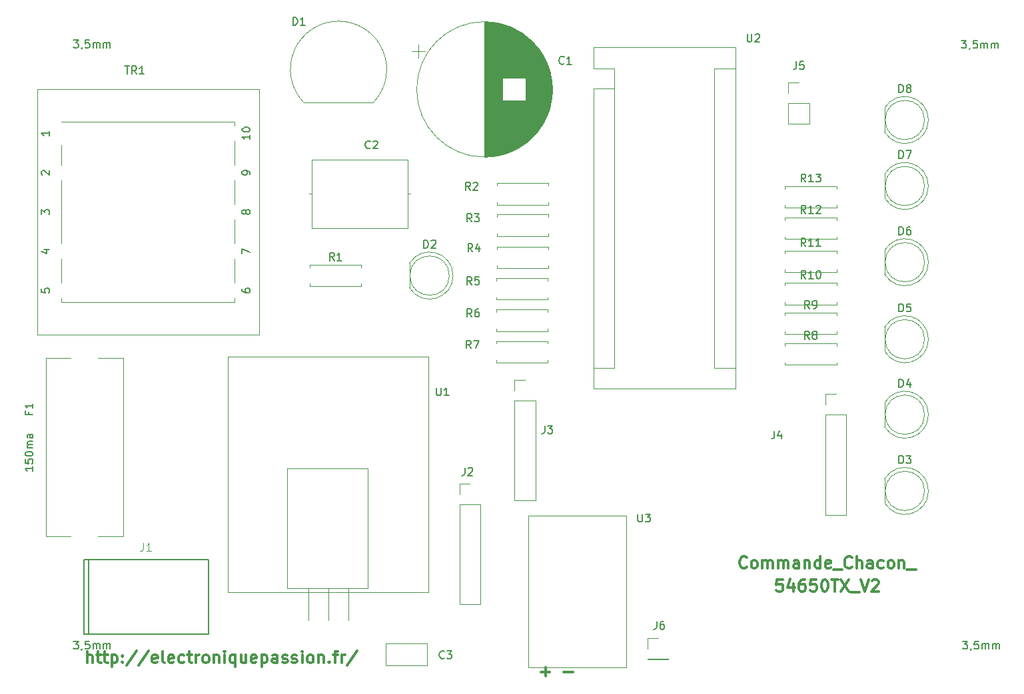
<source format=gbr>
%TF.GenerationSoftware,KiCad,Pcbnew,(5.1.8)-1*%
%TF.CreationDate,2021-12-10T09:08:05+01:00*%
%TF.ProjectId,Schema_Commande_Chacon_54650TX_V2,53636865-6d61-45f4-936f-6d6d616e6465,rev?*%
%TF.SameCoordinates,Original*%
%TF.FileFunction,Legend,Top*%
%TF.FilePolarity,Positive*%
%FSLAX46Y46*%
G04 Gerber Fmt 4.6, Leading zero omitted, Abs format (unit mm)*
G04 Created by KiCad (PCBNEW (5.1.8)-1) date 2021-12-10 09:08:05*
%MOMM*%
%LPD*%
G01*
G04 APERTURE LIST*
%ADD10C,0.300000*%
%ADD11C,0.120000*%
%ADD12C,0.127000*%
%ADD13C,0.150000*%
%ADD14C,0.015000*%
G04 APERTURE END LIST*
D10*
X139030514Y-112565971D02*
X138316228Y-112565971D01*
X138244800Y-113280257D01*
X138316228Y-113208828D01*
X138459085Y-113137400D01*
X138816228Y-113137400D01*
X138959085Y-113208828D01*
X139030514Y-113280257D01*
X139101942Y-113423114D01*
X139101942Y-113780257D01*
X139030514Y-113923114D01*
X138959085Y-113994542D01*
X138816228Y-114065971D01*
X138459085Y-114065971D01*
X138316228Y-113994542D01*
X138244800Y-113923114D01*
X140387657Y-113065971D02*
X140387657Y-114065971D01*
X140030514Y-112494542D02*
X139673371Y-113565971D01*
X140601942Y-113565971D01*
X141816228Y-112565971D02*
X141530514Y-112565971D01*
X141387657Y-112637400D01*
X141316228Y-112708828D01*
X141173371Y-112923114D01*
X141101942Y-113208828D01*
X141101942Y-113780257D01*
X141173371Y-113923114D01*
X141244800Y-113994542D01*
X141387657Y-114065971D01*
X141673371Y-114065971D01*
X141816228Y-113994542D01*
X141887657Y-113923114D01*
X141959085Y-113780257D01*
X141959085Y-113423114D01*
X141887657Y-113280257D01*
X141816228Y-113208828D01*
X141673371Y-113137400D01*
X141387657Y-113137400D01*
X141244800Y-113208828D01*
X141173371Y-113280257D01*
X141101942Y-113423114D01*
X143316228Y-112565971D02*
X142601942Y-112565971D01*
X142530514Y-113280257D01*
X142601942Y-113208828D01*
X142744800Y-113137400D01*
X143101942Y-113137400D01*
X143244800Y-113208828D01*
X143316228Y-113280257D01*
X143387657Y-113423114D01*
X143387657Y-113780257D01*
X143316228Y-113923114D01*
X143244800Y-113994542D01*
X143101942Y-114065971D01*
X142744800Y-114065971D01*
X142601942Y-113994542D01*
X142530514Y-113923114D01*
X144316228Y-112565971D02*
X144459085Y-112565971D01*
X144601942Y-112637400D01*
X144673371Y-112708828D01*
X144744800Y-112851685D01*
X144816228Y-113137400D01*
X144816228Y-113494542D01*
X144744800Y-113780257D01*
X144673371Y-113923114D01*
X144601942Y-113994542D01*
X144459085Y-114065971D01*
X144316228Y-114065971D01*
X144173371Y-113994542D01*
X144101942Y-113923114D01*
X144030514Y-113780257D01*
X143959085Y-113494542D01*
X143959085Y-113137400D01*
X144030514Y-112851685D01*
X144101942Y-112708828D01*
X144173371Y-112637400D01*
X144316228Y-112565971D01*
X145244800Y-112565971D02*
X146101942Y-112565971D01*
X145673371Y-114065971D02*
X145673371Y-112565971D01*
X146459085Y-112565971D02*
X147459085Y-114065971D01*
X147459085Y-112565971D02*
X146459085Y-114065971D01*
X147673371Y-114208828D02*
X148816228Y-114208828D01*
X148959085Y-112565971D02*
X149459085Y-114065971D01*
X149959085Y-112565971D01*
X150387657Y-112708828D02*
X150459085Y-112637400D01*
X150601942Y-112565971D01*
X150959085Y-112565971D01*
X151101942Y-112637400D01*
X151173371Y-112708828D01*
X151244800Y-112851685D01*
X151244800Y-112994542D01*
X151173371Y-113208828D01*
X150316228Y-114065971D01*
X151244800Y-114065971D01*
X112371428Y-124317142D02*
X111228571Y-124317142D01*
X108308571Y-124317142D02*
X109451428Y-124317142D01*
X108880000Y-124888571D02*
X108880000Y-123745714D01*
X134474942Y-111002114D02*
X134403514Y-111073542D01*
X134189228Y-111144971D01*
X134046371Y-111144971D01*
X133832085Y-111073542D01*
X133689228Y-110930685D01*
X133617799Y-110787828D01*
X133546371Y-110502114D01*
X133546371Y-110287828D01*
X133617799Y-110002114D01*
X133689228Y-109859257D01*
X133832085Y-109716400D01*
X134046371Y-109644971D01*
X134189228Y-109644971D01*
X134403514Y-109716400D01*
X134474942Y-109787828D01*
X135332085Y-111144971D02*
X135189228Y-111073542D01*
X135117800Y-111002114D01*
X135046371Y-110859257D01*
X135046371Y-110430685D01*
X135117800Y-110287828D01*
X135189228Y-110216400D01*
X135332085Y-110144971D01*
X135546371Y-110144971D01*
X135689228Y-110216400D01*
X135760657Y-110287828D01*
X135832085Y-110430685D01*
X135832085Y-110859257D01*
X135760657Y-111002114D01*
X135689228Y-111073542D01*
X135546371Y-111144971D01*
X135332085Y-111144971D01*
X136474942Y-111144971D02*
X136474942Y-110144971D01*
X136474942Y-110287828D02*
X136546371Y-110216400D01*
X136689228Y-110144971D01*
X136903514Y-110144971D01*
X137046371Y-110216400D01*
X137117800Y-110359257D01*
X137117800Y-111144971D01*
X137117800Y-110359257D02*
X137189228Y-110216400D01*
X137332085Y-110144971D01*
X137546371Y-110144971D01*
X137689228Y-110216400D01*
X137760657Y-110359257D01*
X137760657Y-111144971D01*
X138474942Y-111144971D02*
X138474942Y-110144971D01*
X138474942Y-110287828D02*
X138546371Y-110216400D01*
X138689228Y-110144971D01*
X138903514Y-110144971D01*
X139046371Y-110216400D01*
X139117800Y-110359257D01*
X139117800Y-111144971D01*
X139117800Y-110359257D02*
X139189228Y-110216400D01*
X139332085Y-110144971D01*
X139546371Y-110144971D01*
X139689228Y-110216400D01*
X139760657Y-110359257D01*
X139760657Y-111144971D01*
X141117800Y-111144971D02*
X141117800Y-110359257D01*
X141046371Y-110216400D01*
X140903514Y-110144971D01*
X140617800Y-110144971D01*
X140474942Y-110216400D01*
X141117800Y-111073542D02*
X140974942Y-111144971D01*
X140617800Y-111144971D01*
X140474942Y-111073542D01*
X140403514Y-110930685D01*
X140403514Y-110787828D01*
X140474942Y-110644971D01*
X140617800Y-110573542D01*
X140974942Y-110573542D01*
X141117800Y-110502114D01*
X141832085Y-110144971D02*
X141832085Y-111144971D01*
X141832085Y-110287828D02*
X141903514Y-110216400D01*
X142046371Y-110144971D01*
X142260657Y-110144971D01*
X142403514Y-110216400D01*
X142474942Y-110359257D01*
X142474942Y-111144971D01*
X143832085Y-111144971D02*
X143832085Y-109644971D01*
X143832085Y-111073542D02*
X143689228Y-111144971D01*
X143403514Y-111144971D01*
X143260657Y-111073542D01*
X143189228Y-111002114D01*
X143117800Y-110859257D01*
X143117800Y-110430685D01*
X143189228Y-110287828D01*
X143260657Y-110216400D01*
X143403514Y-110144971D01*
X143689228Y-110144971D01*
X143832085Y-110216400D01*
X145117800Y-111073542D02*
X144974942Y-111144971D01*
X144689228Y-111144971D01*
X144546371Y-111073542D01*
X144474942Y-110930685D01*
X144474942Y-110359257D01*
X144546371Y-110216400D01*
X144689228Y-110144971D01*
X144974942Y-110144971D01*
X145117800Y-110216400D01*
X145189228Y-110359257D01*
X145189228Y-110502114D01*
X144474942Y-110644971D01*
X145474942Y-111287828D02*
X146617800Y-111287828D01*
X147832085Y-111002114D02*
X147760657Y-111073542D01*
X147546371Y-111144971D01*
X147403514Y-111144971D01*
X147189228Y-111073542D01*
X147046371Y-110930685D01*
X146974942Y-110787828D01*
X146903514Y-110502114D01*
X146903514Y-110287828D01*
X146974942Y-110002114D01*
X147046371Y-109859257D01*
X147189228Y-109716400D01*
X147403514Y-109644971D01*
X147546371Y-109644971D01*
X147760657Y-109716400D01*
X147832085Y-109787828D01*
X148474942Y-111144971D02*
X148474942Y-109644971D01*
X149117800Y-111144971D02*
X149117800Y-110359257D01*
X149046371Y-110216400D01*
X148903514Y-110144971D01*
X148689228Y-110144971D01*
X148546371Y-110216400D01*
X148474942Y-110287828D01*
X150474942Y-111144971D02*
X150474942Y-110359257D01*
X150403514Y-110216400D01*
X150260657Y-110144971D01*
X149974942Y-110144971D01*
X149832085Y-110216400D01*
X150474942Y-111073542D02*
X150332085Y-111144971D01*
X149974942Y-111144971D01*
X149832085Y-111073542D01*
X149760657Y-110930685D01*
X149760657Y-110787828D01*
X149832085Y-110644971D01*
X149974942Y-110573542D01*
X150332085Y-110573542D01*
X150474942Y-110502114D01*
X151832085Y-111073542D02*
X151689228Y-111144971D01*
X151403514Y-111144971D01*
X151260657Y-111073542D01*
X151189228Y-111002114D01*
X151117800Y-110859257D01*
X151117800Y-110430685D01*
X151189228Y-110287828D01*
X151260657Y-110216400D01*
X151403514Y-110144971D01*
X151689228Y-110144971D01*
X151832085Y-110216400D01*
X152689228Y-111144971D02*
X152546371Y-111073542D01*
X152474942Y-111002114D01*
X152403514Y-110859257D01*
X152403514Y-110430685D01*
X152474942Y-110287828D01*
X152546371Y-110216400D01*
X152689228Y-110144971D01*
X152903514Y-110144971D01*
X153046371Y-110216400D01*
X153117800Y-110287828D01*
X153189228Y-110430685D01*
X153189228Y-110859257D01*
X153117800Y-111002114D01*
X153046371Y-111073542D01*
X152903514Y-111144971D01*
X152689228Y-111144971D01*
X153832085Y-110144971D02*
X153832085Y-111144971D01*
X153832085Y-110287828D02*
X153903514Y-110216400D01*
X154046371Y-110144971D01*
X154260657Y-110144971D01*
X154403514Y-110216400D01*
X154474942Y-110359257D01*
X154474942Y-111144971D01*
X154832085Y-111287828D02*
X155974942Y-111287828D01*
X50696285Y-123184571D02*
X50696285Y-121684571D01*
X51339142Y-123184571D02*
X51339142Y-122398857D01*
X51267714Y-122256000D01*
X51124857Y-122184571D01*
X50910571Y-122184571D01*
X50767714Y-122256000D01*
X50696285Y-122327428D01*
X51839142Y-122184571D02*
X52410571Y-122184571D01*
X52053428Y-121684571D02*
X52053428Y-122970285D01*
X52124857Y-123113142D01*
X52267714Y-123184571D01*
X52410571Y-123184571D01*
X52696285Y-122184571D02*
X53267714Y-122184571D01*
X52910571Y-121684571D02*
X52910571Y-122970285D01*
X52981999Y-123113142D01*
X53124857Y-123184571D01*
X53267714Y-123184571D01*
X53767714Y-122184571D02*
X53767714Y-123684571D01*
X53767714Y-122256000D02*
X53910571Y-122184571D01*
X54196285Y-122184571D01*
X54339142Y-122256000D01*
X54410571Y-122327428D01*
X54481999Y-122470285D01*
X54481999Y-122898857D01*
X54410571Y-123041714D01*
X54339142Y-123113142D01*
X54196285Y-123184571D01*
X53910571Y-123184571D01*
X53767714Y-123113142D01*
X55124857Y-123041714D02*
X55196285Y-123113142D01*
X55124857Y-123184571D01*
X55053428Y-123113142D01*
X55124857Y-123041714D01*
X55124857Y-123184571D01*
X55124857Y-122256000D02*
X55196285Y-122327428D01*
X55124857Y-122398857D01*
X55053428Y-122327428D01*
X55124857Y-122256000D01*
X55124857Y-122398857D01*
X56910571Y-121613142D02*
X55624857Y-123541714D01*
X58481999Y-121613142D02*
X57196285Y-123541714D01*
X59553428Y-123113142D02*
X59410571Y-123184571D01*
X59124857Y-123184571D01*
X58981999Y-123113142D01*
X58910571Y-122970285D01*
X58910571Y-122398857D01*
X58981999Y-122256000D01*
X59124857Y-122184571D01*
X59410571Y-122184571D01*
X59553428Y-122256000D01*
X59624857Y-122398857D01*
X59624857Y-122541714D01*
X58910571Y-122684571D01*
X60481999Y-123184571D02*
X60339142Y-123113142D01*
X60267714Y-122970285D01*
X60267714Y-121684571D01*
X61624857Y-123113142D02*
X61481999Y-123184571D01*
X61196285Y-123184571D01*
X61053428Y-123113142D01*
X60981999Y-122970285D01*
X60981999Y-122398857D01*
X61053428Y-122256000D01*
X61196285Y-122184571D01*
X61481999Y-122184571D01*
X61624857Y-122256000D01*
X61696285Y-122398857D01*
X61696285Y-122541714D01*
X60981999Y-122684571D01*
X62981999Y-123113142D02*
X62839142Y-123184571D01*
X62553428Y-123184571D01*
X62410571Y-123113142D01*
X62339142Y-123041714D01*
X62267714Y-122898857D01*
X62267714Y-122470285D01*
X62339142Y-122327428D01*
X62410571Y-122256000D01*
X62553428Y-122184571D01*
X62839142Y-122184571D01*
X62981999Y-122256000D01*
X63410571Y-122184571D02*
X63981999Y-122184571D01*
X63624857Y-121684571D02*
X63624857Y-122970285D01*
X63696285Y-123113142D01*
X63839142Y-123184571D01*
X63981999Y-123184571D01*
X64481999Y-123184571D02*
X64481999Y-122184571D01*
X64481999Y-122470285D02*
X64553428Y-122327428D01*
X64624857Y-122256000D01*
X64767714Y-122184571D01*
X64910571Y-122184571D01*
X65624857Y-123184571D02*
X65481999Y-123113142D01*
X65410571Y-123041714D01*
X65339142Y-122898857D01*
X65339142Y-122470285D01*
X65410571Y-122327428D01*
X65481999Y-122256000D01*
X65624857Y-122184571D01*
X65839142Y-122184571D01*
X65981999Y-122256000D01*
X66053428Y-122327428D01*
X66124857Y-122470285D01*
X66124857Y-122898857D01*
X66053428Y-123041714D01*
X65981999Y-123113142D01*
X65839142Y-123184571D01*
X65624857Y-123184571D01*
X66767714Y-122184571D02*
X66767714Y-123184571D01*
X66767714Y-122327428D02*
X66839142Y-122256000D01*
X66981999Y-122184571D01*
X67196285Y-122184571D01*
X67339142Y-122256000D01*
X67410571Y-122398857D01*
X67410571Y-123184571D01*
X68124857Y-123184571D02*
X68124857Y-122184571D01*
X68124857Y-121684571D02*
X68053428Y-121756000D01*
X68124857Y-121827428D01*
X68196285Y-121756000D01*
X68124857Y-121684571D01*
X68124857Y-121827428D01*
X69481999Y-122184571D02*
X69481999Y-123684571D01*
X69481999Y-123113142D02*
X69339142Y-123184571D01*
X69053428Y-123184571D01*
X68910571Y-123113142D01*
X68839142Y-123041714D01*
X68767714Y-122898857D01*
X68767714Y-122470285D01*
X68839142Y-122327428D01*
X68910571Y-122256000D01*
X69053428Y-122184571D01*
X69339142Y-122184571D01*
X69481999Y-122256000D01*
X70839142Y-122184571D02*
X70839142Y-123184571D01*
X70196285Y-122184571D02*
X70196285Y-122970285D01*
X70267714Y-123113142D01*
X70410571Y-123184571D01*
X70624857Y-123184571D01*
X70767714Y-123113142D01*
X70839142Y-123041714D01*
X72124857Y-123113142D02*
X71982000Y-123184571D01*
X71696285Y-123184571D01*
X71553428Y-123113142D01*
X71482000Y-122970285D01*
X71482000Y-122398857D01*
X71553428Y-122256000D01*
X71696285Y-122184571D01*
X71982000Y-122184571D01*
X72124857Y-122256000D01*
X72196285Y-122398857D01*
X72196285Y-122541714D01*
X71482000Y-122684571D01*
X72839142Y-122184571D02*
X72839142Y-123684571D01*
X72839142Y-122256000D02*
X72982000Y-122184571D01*
X73267714Y-122184571D01*
X73410571Y-122256000D01*
X73482000Y-122327428D01*
X73553428Y-122470285D01*
X73553428Y-122898857D01*
X73482000Y-123041714D01*
X73410571Y-123113142D01*
X73267714Y-123184571D01*
X72982000Y-123184571D01*
X72839142Y-123113142D01*
X74839142Y-123184571D02*
X74839142Y-122398857D01*
X74767714Y-122256000D01*
X74624857Y-122184571D01*
X74339142Y-122184571D01*
X74196285Y-122256000D01*
X74839142Y-123113142D02*
X74696285Y-123184571D01*
X74339142Y-123184571D01*
X74196285Y-123113142D01*
X74124857Y-122970285D01*
X74124857Y-122827428D01*
X74196285Y-122684571D01*
X74339142Y-122613142D01*
X74696285Y-122613142D01*
X74839142Y-122541714D01*
X75482000Y-123113142D02*
X75624857Y-123184571D01*
X75910571Y-123184571D01*
X76053428Y-123113142D01*
X76124857Y-122970285D01*
X76124857Y-122898857D01*
X76053428Y-122756000D01*
X75910571Y-122684571D01*
X75696285Y-122684571D01*
X75553428Y-122613142D01*
X75482000Y-122470285D01*
X75482000Y-122398857D01*
X75553428Y-122256000D01*
X75696285Y-122184571D01*
X75910571Y-122184571D01*
X76053428Y-122256000D01*
X76696285Y-123113142D02*
X76839142Y-123184571D01*
X77124857Y-123184571D01*
X77267714Y-123113142D01*
X77339142Y-122970285D01*
X77339142Y-122898857D01*
X77267714Y-122756000D01*
X77124857Y-122684571D01*
X76910571Y-122684571D01*
X76767714Y-122613142D01*
X76696285Y-122470285D01*
X76696285Y-122398857D01*
X76767714Y-122256000D01*
X76910571Y-122184571D01*
X77124857Y-122184571D01*
X77267714Y-122256000D01*
X77982000Y-123184571D02*
X77982000Y-122184571D01*
X77982000Y-121684571D02*
X77910571Y-121756000D01*
X77982000Y-121827428D01*
X78053428Y-121756000D01*
X77982000Y-121684571D01*
X77982000Y-121827428D01*
X78910571Y-123184571D02*
X78767714Y-123113142D01*
X78696285Y-123041714D01*
X78624857Y-122898857D01*
X78624857Y-122470285D01*
X78696285Y-122327428D01*
X78767714Y-122256000D01*
X78910571Y-122184571D01*
X79124857Y-122184571D01*
X79267714Y-122256000D01*
X79339142Y-122327428D01*
X79410571Y-122470285D01*
X79410571Y-122898857D01*
X79339142Y-123041714D01*
X79267714Y-123113142D01*
X79124857Y-123184571D01*
X78910571Y-123184571D01*
X80053428Y-122184571D02*
X80053428Y-123184571D01*
X80053428Y-122327428D02*
X80124857Y-122256000D01*
X80267714Y-122184571D01*
X80482000Y-122184571D01*
X80624857Y-122256000D01*
X80696285Y-122398857D01*
X80696285Y-123184571D01*
X81410571Y-123041714D02*
X81482000Y-123113142D01*
X81410571Y-123184571D01*
X81339142Y-123113142D01*
X81410571Y-123041714D01*
X81410571Y-123184571D01*
X81910571Y-122184571D02*
X82481999Y-122184571D01*
X82124857Y-123184571D02*
X82124857Y-121898857D01*
X82196285Y-121756000D01*
X82339142Y-121684571D01*
X82481999Y-121684571D01*
X82982000Y-123184571D02*
X82982000Y-122184571D01*
X82982000Y-122470285D02*
X83053428Y-122327428D01*
X83124857Y-122256000D01*
X83267714Y-122184571D01*
X83410571Y-122184571D01*
X84982000Y-121613142D02*
X83696285Y-123541714D01*
D11*
%TO.C,U1*%
X76035000Y-113685000D02*
X76035000Y-98460000D01*
X86285000Y-113685000D02*
X76035000Y-113685000D01*
X86350000Y-98460000D02*
X86335000Y-113685000D01*
X76035000Y-98460000D02*
X86335000Y-98460000D01*
X78760000Y-113710000D02*
X78760000Y-117710000D01*
X81300000Y-113710000D02*
X81300000Y-117710000D01*
X83835000Y-113710000D02*
X83840000Y-117710000D01*
X94050000Y-114210000D02*
X68550000Y-114210000D01*
X94050000Y-114210000D02*
X94050000Y-84210000D01*
X94050000Y-84210000D02*
X68550000Y-84210000D01*
X68550000Y-114210000D02*
X68550000Y-84210000D01*
%TO.C,C2*%
X79180000Y-59130000D02*
X79180000Y-67870000D01*
X79180000Y-67870000D02*
X91420000Y-67870000D01*
X91420000Y-67870000D02*
X91420000Y-59130000D01*
X91420000Y-59130000D02*
X79180000Y-59130000D01*
X78840000Y-63500000D02*
X79180000Y-63500000D01*
X91760000Y-63500000D02*
X91420000Y-63500000D01*
%TO.C,F1*%
X45390000Y-107110000D02*
X48550000Y-107110000D01*
X52050000Y-107110000D02*
X55210000Y-107110000D01*
X52050000Y-84390000D02*
X55210000Y-84390000D01*
X55210000Y-84390000D02*
X55210000Y-107110000D01*
X45390000Y-84390000D02*
X45390000Y-107110000D01*
X45390000Y-84390000D02*
X48550000Y-84390000D01*
%TO.C,C1*%
X109770000Y-50200000D02*
G75*
G03*
X109770000Y-50200000I-8620000J0D01*
G01*
X101150000Y-41619000D02*
X101150000Y-58781000D01*
X101190000Y-41620000D02*
X101190000Y-58780000D01*
X101230000Y-41620000D02*
X101230000Y-58780000D01*
X101270000Y-41620000D02*
X101270000Y-58780000D01*
X101310000Y-41621000D02*
X101310000Y-58779000D01*
X101350000Y-41622000D02*
X101350000Y-58778000D01*
X101390000Y-41623000D02*
X101390000Y-58777000D01*
X101430000Y-41624000D02*
X101430000Y-58776000D01*
X101470000Y-41625000D02*
X101470000Y-58775000D01*
X101510000Y-41627000D02*
X101510000Y-58773000D01*
X101550000Y-41629000D02*
X101550000Y-58771000D01*
X101590000Y-41631000D02*
X101590000Y-58769000D01*
X101630000Y-41633000D02*
X101630000Y-58767000D01*
X101670000Y-41635000D02*
X101670000Y-58765000D01*
X101710000Y-41638000D02*
X101710000Y-58762000D01*
X101750000Y-41640000D02*
X101750000Y-58760000D01*
X101790000Y-41643000D02*
X101790000Y-58757000D01*
X101830000Y-41646000D02*
X101830000Y-58754000D01*
X101871000Y-41650000D02*
X101871000Y-58750000D01*
X101911000Y-41653000D02*
X101911000Y-58747000D01*
X101951000Y-41657000D02*
X101951000Y-58743000D01*
X101991000Y-41661000D02*
X101991000Y-58739000D01*
X102031000Y-41665000D02*
X102031000Y-58735000D01*
X102071000Y-41669000D02*
X102071000Y-58731000D01*
X102111000Y-41673000D02*
X102111000Y-58727000D01*
X102151000Y-41678000D02*
X102151000Y-58722000D01*
X102191000Y-41682000D02*
X102191000Y-58718000D01*
X102231000Y-41687000D02*
X102231000Y-58713000D01*
X102271000Y-41693000D02*
X102271000Y-58707000D01*
X102311000Y-41698000D02*
X102311000Y-58702000D01*
X102351000Y-41703000D02*
X102351000Y-58697000D01*
X102391000Y-41709000D02*
X102391000Y-58691000D01*
X102431000Y-41715000D02*
X102431000Y-58685000D01*
X102471000Y-41721000D02*
X102471000Y-58679000D01*
X102511000Y-41727000D02*
X102511000Y-58673000D01*
X102551000Y-41734000D02*
X102551000Y-58666000D01*
X102591000Y-41741000D02*
X102591000Y-58659000D01*
X102631000Y-41748000D02*
X102631000Y-58652000D01*
X102671000Y-41755000D02*
X102671000Y-58645000D01*
X102711000Y-41762000D02*
X102711000Y-58638000D01*
X102751000Y-41769000D02*
X102751000Y-58631000D01*
X102791000Y-41777000D02*
X102791000Y-58623000D01*
X102831000Y-41785000D02*
X102831000Y-58615000D01*
X102871000Y-41793000D02*
X102871000Y-58607000D01*
X102911000Y-41801000D02*
X102911000Y-58599000D01*
X102951000Y-41810000D02*
X102951000Y-58590000D01*
X102991000Y-41818000D02*
X102991000Y-58582000D01*
X103031000Y-41827000D02*
X103031000Y-58573000D01*
X103071000Y-41836000D02*
X103071000Y-58564000D01*
X103111000Y-41845000D02*
X103111000Y-58555000D01*
X103151000Y-41855000D02*
X103151000Y-58545000D01*
X103191000Y-41864000D02*
X103191000Y-58536000D01*
X103231000Y-41874000D02*
X103231000Y-58526000D01*
X103271000Y-41884000D02*
X103271000Y-58516000D01*
X103311000Y-41895000D02*
X103311000Y-58505000D01*
X103351000Y-41905000D02*
X103351000Y-58495000D01*
X103391000Y-41916000D02*
X103391000Y-58484000D01*
X103431000Y-41926000D02*
X103431000Y-58474000D01*
X103471000Y-41938000D02*
X103471000Y-48760000D01*
X103471000Y-51640000D02*
X103471000Y-58462000D01*
X103511000Y-41949000D02*
X103511000Y-48760000D01*
X103511000Y-51640000D02*
X103511000Y-58451000D01*
X103551000Y-41960000D02*
X103551000Y-48760000D01*
X103551000Y-51640000D02*
X103551000Y-58440000D01*
X103591000Y-41972000D02*
X103591000Y-48760000D01*
X103591000Y-51640000D02*
X103591000Y-58428000D01*
X103631000Y-41984000D02*
X103631000Y-48760000D01*
X103631000Y-51640000D02*
X103631000Y-58416000D01*
X103671000Y-41996000D02*
X103671000Y-48760000D01*
X103671000Y-51640000D02*
X103671000Y-58404000D01*
X103711000Y-42008000D02*
X103711000Y-48760000D01*
X103711000Y-51640000D02*
X103711000Y-58392000D01*
X103751000Y-42021000D02*
X103751000Y-48760000D01*
X103751000Y-51640000D02*
X103751000Y-58379000D01*
X103791000Y-42034000D02*
X103791000Y-48760000D01*
X103791000Y-51640000D02*
X103791000Y-58366000D01*
X103831000Y-42047000D02*
X103831000Y-48760000D01*
X103831000Y-51640000D02*
X103831000Y-58353000D01*
X103871000Y-42060000D02*
X103871000Y-48760000D01*
X103871000Y-51640000D02*
X103871000Y-58340000D01*
X103911000Y-42073000D02*
X103911000Y-48760000D01*
X103911000Y-51640000D02*
X103911000Y-58327000D01*
X103951000Y-42087000D02*
X103951000Y-48760000D01*
X103951000Y-51640000D02*
X103951000Y-58313000D01*
X103991000Y-42101000D02*
X103991000Y-48760000D01*
X103991000Y-51640000D02*
X103991000Y-58299000D01*
X104031000Y-42115000D02*
X104031000Y-48760000D01*
X104031000Y-51640000D02*
X104031000Y-58285000D01*
X104071000Y-42129000D02*
X104071000Y-48760000D01*
X104071000Y-51640000D02*
X104071000Y-58271000D01*
X104111000Y-42144000D02*
X104111000Y-48760000D01*
X104111000Y-51640000D02*
X104111000Y-58256000D01*
X104151000Y-42158000D02*
X104151000Y-48760000D01*
X104151000Y-51640000D02*
X104151000Y-58242000D01*
X104191000Y-42173000D02*
X104191000Y-48760000D01*
X104191000Y-51640000D02*
X104191000Y-58227000D01*
X104231000Y-42189000D02*
X104231000Y-48760000D01*
X104231000Y-51640000D02*
X104231000Y-58211000D01*
X104271000Y-42204000D02*
X104271000Y-48760000D01*
X104271000Y-51640000D02*
X104271000Y-58196000D01*
X104311000Y-42220000D02*
X104311000Y-48760000D01*
X104311000Y-51640000D02*
X104311000Y-58180000D01*
X104351000Y-42235000D02*
X104351000Y-48760000D01*
X104351000Y-51640000D02*
X104351000Y-58165000D01*
X104391000Y-42252000D02*
X104391000Y-48760000D01*
X104391000Y-51640000D02*
X104391000Y-58148000D01*
X104431000Y-42268000D02*
X104431000Y-48760000D01*
X104431000Y-51640000D02*
X104431000Y-58132000D01*
X104471000Y-42285000D02*
X104471000Y-48760000D01*
X104471000Y-51640000D02*
X104471000Y-58115000D01*
X104511000Y-42301000D02*
X104511000Y-48760000D01*
X104511000Y-51640000D02*
X104511000Y-58099000D01*
X104551000Y-42318000D02*
X104551000Y-48760000D01*
X104551000Y-51640000D02*
X104551000Y-58082000D01*
X104591000Y-42336000D02*
X104591000Y-48760000D01*
X104591000Y-51640000D02*
X104591000Y-58064000D01*
X104631000Y-42353000D02*
X104631000Y-48760000D01*
X104631000Y-51640000D02*
X104631000Y-58047000D01*
X104671000Y-42371000D02*
X104671000Y-48760000D01*
X104671000Y-51640000D02*
X104671000Y-58029000D01*
X104711000Y-42389000D02*
X104711000Y-48760000D01*
X104711000Y-51640000D02*
X104711000Y-58011000D01*
X104751000Y-42407000D02*
X104751000Y-48760000D01*
X104751000Y-51640000D02*
X104751000Y-57993000D01*
X104791000Y-42426000D02*
X104791000Y-48760000D01*
X104791000Y-51640000D02*
X104791000Y-57974000D01*
X104831000Y-42445000D02*
X104831000Y-48760000D01*
X104831000Y-51640000D02*
X104831000Y-57955000D01*
X104871000Y-42464000D02*
X104871000Y-48760000D01*
X104871000Y-51640000D02*
X104871000Y-57936000D01*
X104911000Y-42483000D02*
X104911000Y-48760000D01*
X104911000Y-51640000D02*
X104911000Y-57917000D01*
X104951000Y-42502000D02*
X104951000Y-48760000D01*
X104951000Y-51640000D02*
X104951000Y-57898000D01*
X104991000Y-42522000D02*
X104991000Y-48760000D01*
X104991000Y-51640000D02*
X104991000Y-57878000D01*
X105031000Y-42542000D02*
X105031000Y-48760000D01*
X105031000Y-51640000D02*
X105031000Y-57858000D01*
X105071000Y-42562000D02*
X105071000Y-48760000D01*
X105071000Y-51640000D02*
X105071000Y-57838000D01*
X105111000Y-42583000D02*
X105111000Y-48760000D01*
X105111000Y-51640000D02*
X105111000Y-57817000D01*
X105151000Y-42604000D02*
X105151000Y-48760000D01*
X105151000Y-51640000D02*
X105151000Y-57796000D01*
X105191000Y-42625000D02*
X105191000Y-48760000D01*
X105191000Y-51640000D02*
X105191000Y-57775000D01*
X105231000Y-42646000D02*
X105231000Y-48760000D01*
X105231000Y-51640000D02*
X105231000Y-57754000D01*
X105271000Y-42668000D02*
X105271000Y-48760000D01*
X105271000Y-51640000D02*
X105271000Y-57732000D01*
X105311000Y-42690000D02*
X105311000Y-48760000D01*
X105311000Y-51640000D02*
X105311000Y-57710000D01*
X105351000Y-42712000D02*
X105351000Y-48760000D01*
X105351000Y-51640000D02*
X105351000Y-57688000D01*
X105391000Y-42734000D02*
X105391000Y-48760000D01*
X105391000Y-51640000D02*
X105391000Y-57666000D01*
X105431000Y-42757000D02*
X105431000Y-48760000D01*
X105431000Y-51640000D02*
X105431000Y-57643000D01*
X105471000Y-42780000D02*
X105471000Y-48760000D01*
X105471000Y-51640000D02*
X105471000Y-57620000D01*
X105511000Y-42803000D02*
X105511000Y-48760000D01*
X105511000Y-51640000D02*
X105511000Y-57597000D01*
X105551000Y-42827000D02*
X105551000Y-48760000D01*
X105551000Y-51640000D02*
X105551000Y-57573000D01*
X105591000Y-42851000D02*
X105591000Y-48760000D01*
X105591000Y-51640000D02*
X105591000Y-57549000D01*
X105631000Y-42875000D02*
X105631000Y-48760000D01*
X105631000Y-51640000D02*
X105631000Y-57525000D01*
X105671000Y-42900000D02*
X105671000Y-48760000D01*
X105671000Y-51640000D02*
X105671000Y-57500000D01*
X105711000Y-42924000D02*
X105711000Y-48760000D01*
X105711000Y-51640000D02*
X105711000Y-57476000D01*
X105751000Y-42949000D02*
X105751000Y-48760000D01*
X105751000Y-51640000D02*
X105751000Y-57451000D01*
X105791000Y-42975000D02*
X105791000Y-48760000D01*
X105791000Y-51640000D02*
X105791000Y-57425000D01*
X105831000Y-43001000D02*
X105831000Y-48760000D01*
X105831000Y-51640000D02*
X105831000Y-57399000D01*
X105871000Y-43027000D02*
X105871000Y-48760000D01*
X105871000Y-51640000D02*
X105871000Y-57373000D01*
X105911000Y-43053000D02*
X105911000Y-48760000D01*
X105911000Y-51640000D02*
X105911000Y-57347000D01*
X105951000Y-43080000D02*
X105951000Y-48760000D01*
X105951000Y-51640000D02*
X105951000Y-57320000D01*
X105991000Y-43107000D02*
X105991000Y-48760000D01*
X105991000Y-51640000D02*
X105991000Y-57293000D01*
X106031000Y-43134000D02*
X106031000Y-48760000D01*
X106031000Y-51640000D02*
X106031000Y-57266000D01*
X106071000Y-43162000D02*
X106071000Y-48760000D01*
X106071000Y-51640000D02*
X106071000Y-57238000D01*
X106111000Y-43189000D02*
X106111000Y-48760000D01*
X106111000Y-51640000D02*
X106111000Y-57211000D01*
X106151000Y-43218000D02*
X106151000Y-48760000D01*
X106151000Y-51640000D02*
X106151000Y-57182000D01*
X106191000Y-43246000D02*
X106191000Y-48760000D01*
X106191000Y-51640000D02*
X106191000Y-57154000D01*
X106231000Y-43275000D02*
X106231000Y-48760000D01*
X106231000Y-51640000D02*
X106231000Y-57125000D01*
X106271000Y-43305000D02*
X106271000Y-48760000D01*
X106271000Y-51640000D02*
X106271000Y-57095000D01*
X106311000Y-43335000D02*
X106311000Y-48760000D01*
X106311000Y-51640000D02*
X106311000Y-57065000D01*
X106351000Y-43365000D02*
X106351000Y-57035000D01*
X106391000Y-43395000D02*
X106391000Y-57005000D01*
X106431000Y-43426000D02*
X106431000Y-56974000D01*
X106471000Y-43457000D02*
X106471000Y-56943000D01*
X106511000Y-43489000D02*
X106511000Y-56911000D01*
X106551000Y-43521000D02*
X106551000Y-56879000D01*
X106591000Y-43553000D02*
X106591000Y-56847000D01*
X106631000Y-43586000D02*
X106631000Y-56814000D01*
X106671000Y-43619000D02*
X106671000Y-56781000D01*
X106711000Y-43652000D02*
X106711000Y-56748000D01*
X106751000Y-43686000D02*
X106751000Y-56714000D01*
X106791000Y-43721000D02*
X106791000Y-56679000D01*
X106831000Y-43756000D02*
X106831000Y-56644000D01*
X106871000Y-43791000D02*
X106871000Y-56609000D01*
X106911000Y-43826000D02*
X106911000Y-56574000D01*
X106951000Y-43863000D02*
X106951000Y-56537000D01*
X106991000Y-43899000D02*
X106991000Y-56501000D01*
X107031000Y-43936000D02*
X107031000Y-56464000D01*
X107071000Y-43974000D02*
X107071000Y-56426000D01*
X107111000Y-44012000D02*
X107111000Y-56388000D01*
X107151000Y-44050000D02*
X107151000Y-56350000D01*
X107191000Y-44089000D02*
X107191000Y-56311000D01*
X107231000Y-44129000D02*
X107231000Y-56271000D01*
X107271000Y-44169000D02*
X107271000Y-56231000D01*
X107311000Y-44210000D02*
X107311000Y-56190000D01*
X107351000Y-44251000D02*
X107351000Y-56149000D01*
X107391000Y-44293000D02*
X107391000Y-56107000D01*
X107431000Y-44335000D02*
X107431000Y-56065000D01*
X107471000Y-44378000D02*
X107471000Y-56022000D01*
X107511000Y-44421000D02*
X107511000Y-55979000D01*
X107551000Y-44465000D02*
X107551000Y-55935000D01*
X107591000Y-44510000D02*
X107591000Y-55890000D01*
X107631000Y-44555000D02*
X107631000Y-55845000D01*
X107671000Y-44601000D02*
X107671000Y-55799000D01*
X107711000Y-44647000D02*
X107711000Y-55753000D01*
X107751000Y-44695000D02*
X107751000Y-55705000D01*
X107791000Y-44743000D02*
X107791000Y-55657000D01*
X107831000Y-44791000D02*
X107831000Y-55609000D01*
X107871000Y-44841000D02*
X107871000Y-55559000D01*
X107911000Y-44891000D02*
X107911000Y-55509000D01*
X107951000Y-44942000D02*
X107951000Y-55458000D01*
X107991000Y-44994000D02*
X107991000Y-55406000D01*
X108031000Y-45046000D02*
X108031000Y-55354000D01*
X108071000Y-45100000D02*
X108071000Y-55300000D01*
X108111000Y-45154000D02*
X108111000Y-55246000D01*
X108151000Y-45209000D02*
X108151000Y-55191000D01*
X108191000Y-45265000D02*
X108191000Y-55135000D01*
X108231000Y-45322000D02*
X108231000Y-55078000D01*
X108271000Y-45380000D02*
X108271000Y-55020000D01*
X108311000Y-45440000D02*
X108311000Y-54960000D01*
X108351000Y-45500000D02*
X108351000Y-54900000D01*
X108391000Y-45561000D02*
X108391000Y-54839000D01*
X108431000Y-45624000D02*
X108431000Y-54776000D01*
X108471000Y-45687000D02*
X108471000Y-54713000D01*
X108511000Y-45752000D02*
X108511000Y-54648000D01*
X108551000Y-45819000D02*
X108551000Y-54581000D01*
X108591000Y-45886000D02*
X108591000Y-54514000D01*
X108631000Y-45955000D02*
X108631000Y-54445000D01*
X108671000Y-46026000D02*
X108671000Y-54374000D01*
X108711000Y-46098000D02*
X108711000Y-54302000D01*
X108751000Y-46172000D02*
X108751000Y-54228000D01*
X108791000Y-46248000D02*
X108791000Y-54152000D01*
X108831000Y-46325000D02*
X108831000Y-54075000D01*
X108871000Y-46405000D02*
X108871000Y-53995000D01*
X108911000Y-46486000D02*
X108911000Y-53914000D01*
X108951000Y-46570000D02*
X108951000Y-53830000D01*
X108991000Y-46656000D02*
X108991000Y-53744000D01*
X109031000Y-46745000D02*
X109031000Y-53655000D01*
X109071000Y-46837000D02*
X109071000Y-53563000D01*
X109111000Y-46932000D02*
X109111000Y-53468000D01*
X109151000Y-47029000D02*
X109151000Y-53371000D01*
X109191000Y-47131000D02*
X109191000Y-53269000D01*
X109231000Y-47237000D02*
X109231000Y-53163000D01*
X109271000Y-47346000D02*
X109271000Y-53054000D01*
X109311000Y-47461000D02*
X109311000Y-52939000D01*
X109350000Y-47582000D02*
X109350000Y-52818000D01*
X109390000Y-47708000D02*
X109390000Y-52692000D01*
X109430000Y-47842000D02*
X109430000Y-52558000D01*
X109470000Y-47985000D02*
X109470000Y-52415000D01*
X109510000Y-48138000D02*
X109510000Y-52262000D01*
X109550000Y-48304000D02*
X109550000Y-52096000D01*
X109590000Y-48487000D02*
X109590000Y-51913000D01*
X109630000Y-48692000D02*
X109630000Y-51708000D01*
X109670000Y-48930000D02*
X109670000Y-51470000D01*
X109710000Y-49224000D02*
X109710000Y-51176000D01*
X109750000Y-49653000D02*
X109750000Y-50747000D01*
X91925534Y-45365000D02*
X93625534Y-45365000D01*
X92775534Y-44515000D02*
X92775534Y-46215000D01*
%TO.C,C3*%
X88630000Y-123470000D02*
X88630000Y-120730000D01*
X93870000Y-123470000D02*
X93870000Y-120730000D01*
X93870000Y-120730000D02*
X88630000Y-120730000D01*
X93870000Y-123470000D02*
X88630000Y-123470000D01*
%TO.C,D1*%
X78225000Y-51900000D02*
X87000000Y-51900000D01*
X78200000Y-51900000D02*
G75*
G02*
X87000000Y-51900000I4400000J4252585D01*
G01*
%TO.C,D2*%
X96670000Y-73900000D02*
G75*
G03*
X96670000Y-73900000I-2500000J0D01*
G01*
X91610000Y-72355000D02*
X91610000Y-75445000D01*
X97160000Y-73900462D02*
G75*
G03*
X91610000Y-72355170I-2990000J462D01*
G01*
X97160000Y-73899538D02*
G75*
G02*
X91610000Y-75444830I-2990000J-462D01*
G01*
%TO.C,D3*%
X157070000Y-101300000D02*
G75*
G03*
X157070000Y-101300000I-2500000J0D01*
G01*
X152010000Y-99755000D02*
X152010000Y-102845000D01*
X157560000Y-101300462D02*
G75*
G03*
X152010000Y-99755170I-2990000J462D01*
G01*
X157560000Y-101299538D02*
G75*
G02*
X152010000Y-102844830I-2990000J-462D01*
G01*
%TO.C,D4*%
X152010000Y-90055000D02*
X152010000Y-93145000D01*
X157070000Y-91600000D02*
G75*
G03*
X157070000Y-91600000I-2500000J0D01*
G01*
X157560000Y-91599538D02*
G75*
G02*
X152010000Y-93144830I-2990000J-462D01*
G01*
X157560000Y-91600462D02*
G75*
G03*
X152010000Y-90055170I-2990000J462D01*
G01*
%TO.C,D5*%
X157070000Y-82000000D02*
G75*
G03*
X157070000Y-82000000I-2500000J0D01*
G01*
X152010000Y-80455000D02*
X152010000Y-83545000D01*
X157560000Y-82000462D02*
G75*
G03*
X152010000Y-80455170I-2990000J462D01*
G01*
X157560000Y-81999538D02*
G75*
G02*
X152010000Y-83544830I-2990000J-462D01*
G01*
%TO.C,D6*%
X152010000Y-70655000D02*
X152010000Y-73745000D01*
X157070000Y-72200000D02*
G75*
G03*
X157070000Y-72200000I-2500000J0D01*
G01*
X157560000Y-72199538D02*
G75*
G02*
X152010000Y-73744830I-2990000J-462D01*
G01*
X157560000Y-72200462D02*
G75*
G03*
X152010000Y-70655170I-2990000J462D01*
G01*
%TO.C,D7*%
X157070000Y-62500000D02*
G75*
G03*
X157070000Y-62500000I-2500000J0D01*
G01*
X152010000Y-60955000D02*
X152010000Y-64045000D01*
X157560000Y-62500462D02*
G75*
G03*
X152010000Y-60955170I-2990000J462D01*
G01*
X157560000Y-62499538D02*
G75*
G02*
X152010000Y-64044830I-2990000J-462D01*
G01*
%TO.C,D8*%
X152010000Y-52555000D02*
X152010000Y-55645000D01*
X157070000Y-54100000D02*
G75*
G03*
X157070000Y-54100000I-2500000J0D01*
G01*
X157560000Y-54099538D02*
G75*
G02*
X152010000Y-55644830I-2990000J-462D01*
G01*
X157560000Y-54100462D02*
G75*
G03*
X152010000Y-52555170I-2990000J462D01*
G01*
%TO.C,R1*%
X78940000Y-72860000D02*
X78940000Y-72530000D01*
X78940000Y-72530000D02*
X85480000Y-72530000D01*
X85480000Y-72530000D02*
X85480000Y-72860000D01*
X78940000Y-74940000D02*
X78940000Y-75270000D01*
X78940000Y-75270000D02*
X85480000Y-75270000D01*
X85480000Y-75270000D02*
X85480000Y-74940000D01*
%TO.C,R2*%
X102740000Y-62460000D02*
X102740000Y-62130000D01*
X102740000Y-62130000D02*
X109280000Y-62130000D01*
X109280000Y-62130000D02*
X109280000Y-62460000D01*
X102740000Y-64540000D02*
X102740000Y-64870000D01*
X102740000Y-64870000D02*
X109280000Y-64870000D01*
X109280000Y-64870000D02*
X109280000Y-64540000D01*
%TO.C,R3*%
X102740000Y-66460000D02*
X102740000Y-66130000D01*
X102740000Y-66130000D02*
X109280000Y-66130000D01*
X109280000Y-66130000D02*
X109280000Y-66460000D01*
X102740000Y-68540000D02*
X102740000Y-68870000D01*
X102740000Y-68870000D02*
X109280000Y-68870000D01*
X109280000Y-68870000D02*
X109280000Y-68540000D01*
%TO.C,R4*%
X109280000Y-72970000D02*
X109280000Y-72640000D01*
X102740000Y-72970000D02*
X109280000Y-72970000D01*
X102740000Y-72640000D02*
X102740000Y-72970000D01*
X109280000Y-70230000D02*
X109280000Y-70560000D01*
X102740000Y-70230000D02*
X109280000Y-70230000D01*
X102740000Y-70560000D02*
X102740000Y-70230000D01*
%TO.C,R5*%
X102640000Y-74560000D02*
X102640000Y-74230000D01*
X102640000Y-74230000D02*
X109180000Y-74230000D01*
X109180000Y-74230000D02*
X109180000Y-74560000D01*
X102640000Y-76640000D02*
X102640000Y-76970000D01*
X102640000Y-76970000D02*
X109180000Y-76970000D01*
X109180000Y-76970000D02*
X109180000Y-76640000D01*
%TO.C,R6*%
X109180000Y-80970000D02*
X109180000Y-80640000D01*
X102640000Y-80970000D02*
X109180000Y-80970000D01*
X102640000Y-80640000D02*
X102640000Y-80970000D01*
X109180000Y-78230000D02*
X109180000Y-78560000D01*
X102640000Y-78230000D02*
X109180000Y-78230000D01*
X102640000Y-78560000D02*
X102640000Y-78230000D01*
%TO.C,R7*%
X109180000Y-84970000D02*
X109180000Y-84640000D01*
X102640000Y-84970000D02*
X109180000Y-84970000D01*
X102640000Y-84640000D02*
X102640000Y-84970000D01*
X109180000Y-82230000D02*
X109180000Y-82560000D01*
X102640000Y-82230000D02*
X109180000Y-82230000D01*
X102640000Y-82560000D02*
X102640000Y-82230000D01*
%TO.C,R8*%
X139340000Y-82860000D02*
X139340000Y-82530000D01*
X139340000Y-82530000D02*
X145880000Y-82530000D01*
X145880000Y-82530000D02*
X145880000Y-82860000D01*
X139340000Y-84940000D02*
X139340000Y-85270000D01*
X139340000Y-85270000D02*
X145880000Y-85270000D01*
X145880000Y-85270000D02*
X145880000Y-84940000D01*
%TO.C,R9*%
X145880000Y-81370000D02*
X145880000Y-81040000D01*
X139340000Y-81370000D02*
X145880000Y-81370000D01*
X139340000Y-81040000D02*
X139340000Y-81370000D01*
X145880000Y-78630000D02*
X145880000Y-78960000D01*
X139340000Y-78630000D02*
X145880000Y-78630000D01*
X139340000Y-78960000D02*
X139340000Y-78630000D01*
%TO.C,R10*%
X145880000Y-77570000D02*
X145880000Y-77240000D01*
X139340000Y-77570000D02*
X145880000Y-77570000D01*
X139340000Y-77240000D02*
X139340000Y-77570000D01*
X145880000Y-74830000D02*
X145880000Y-75160000D01*
X139340000Y-74830000D02*
X145880000Y-74830000D01*
X139340000Y-75160000D02*
X139340000Y-74830000D01*
%TO.C,R11*%
X139340000Y-71060000D02*
X139340000Y-70730000D01*
X139340000Y-70730000D02*
X145880000Y-70730000D01*
X145880000Y-70730000D02*
X145880000Y-71060000D01*
X139340000Y-73140000D02*
X139340000Y-73470000D01*
X139340000Y-73470000D02*
X145880000Y-73470000D01*
X145880000Y-73470000D02*
X145880000Y-73140000D01*
%TO.C,R12*%
X145880000Y-69270000D02*
X145880000Y-68940000D01*
X139340000Y-69270000D02*
X145880000Y-69270000D01*
X139340000Y-68940000D02*
X139340000Y-69270000D01*
X145880000Y-66530000D02*
X145880000Y-66860000D01*
X139340000Y-66530000D02*
X145880000Y-66530000D01*
X139340000Y-66860000D02*
X139340000Y-66530000D01*
%TO.C,R13*%
X139340000Y-62860000D02*
X139340000Y-62530000D01*
X139340000Y-62530000D02*
X145880000Y-62530000D01*
X145880000Y-62530000D02*
X145880000Y-62860000D01*
X139340000Y-64940000D02*
X139340000Y-65270000D01*
X139340000Y-65270000D02*
X145880000Y-65270000D01*
X145880000Y-65270000D02*
X145880000Y-64940000D01*
%TO.C,U2*%
X117670000Y-50070000D02*
X117670000Y-47530000D01*
X117670000Y-47530000D02*
X115000000Y-47530000D01*
X115000000Y-50070000D02*
X115000000Y-88300000D01*
X115000000Y-44860000D02*
X115000000Y-47530000D01*
X130370000Y-47530000D02*
X133040000Y-47530000D01*
X130370000Y-47530000D02*
X130370000Y-85630000D01*
X130370000Y-85630000D02*
X133040000Y-85630000D01*
X117670000Y-50070000D02*
X115000000Y-50070000D01*
X117670000Y-50070000D02*
X117670000Y-85630000D01*
X117670000Y-85630000D02*
X115000000Y-85630000D01*
X115000000Y-88300000D02*
X133040000Y-88300000D01*
X133040000Y-88300000D02*
X133040000Y-44860000D01*
X133040000Y-44860000D02*
X115000000Y-44860000D01*
%TO.C,U3*%
X119050000Y-104450000D02*
X106800000Y-104450000D01*
X106750000Y-104450000D02*
X106750000Y-123750000D01*
X119050000Y-123750000D02*
X106800000Y-123750000D01*
X119150000Y-104450000D02*
X119150000Y-123750000D01*
%TO.C,J5*%
X139770000Y-49370000D02*
X141100000Y-49370000D01*
X139770000Y-50700000D02*
X139770000Y-49370000D01*
X139770000Y-51970000D02*
X142430000Y-51970000D01*
X142430000Y-51970000D02*
X142430000Y-54570000D01*
X139770000Y-51970000D02*
X139770000Y-54570000D01*
X139770000Y-54570000D02*
X142430000Y-54570000D01*
D12*
%TO.C,J1*%
X50280000Y-119550000D02*
X50880000Y-119550000D01*
X50280000Y-110050000D02*
X50280000Y-119550000D01*
X50880000Y-110050000D02*
X50280000Y-110050000D01*
X66120000Y-110050000D02*
X50880000Y-110050000D01*
X66120000Y-119550000D02*
X66120000Y-110050000D01*
X50880000Y-119550000D02*
X66120000Y-119550000D01*
X50880000Y-110050000D02*
X50880000Y-119550000D01*
D11*
%TO.C,TR1*%
X47400000Y-71800000D02*
X47400000Y-74800000D01*
X47400000Y-61800000D02*
X47400000Y-69800000D01*
X47400000Y-57300000D02*
X47400000Y-59800000D01*
X69400000Y-54800000D02*
X69400000Y-54300000D01*
X69400000Y-54300000D02*
X47400000Y-54300000D01*
X69400000Y-59800000D02*
X69400000Y-56800000D01*
X69400000Y-64800000D02*
X69400000Y-61800000D01*
X69400000Y-69800000D02*
X69400000Y-66800000D01*
X69400000Y-74800000D02*
X69400000Y-71800000D01*
X47400000Y-76800000D02*
X47400000Y-77300000D01*
X47400000Y-77300000D02*
X69400000Y-77300000D01*
X69400000Y-77300000D02*
X69400000Y-76800000D01*
X72520000Y-50180000D02*
X72520000Y-81420000D01*
X72520000Y-50180000D02*
X44280000Y-50180000D01*
X44280000Y-81420000D02*
X72520000Y-81420000D01*
X44280000Y-81420000D02*
X44280000Y-50180000D01*
%TO.C,J2*%
X97970000Y-115740000D02*
X100630000Y-115740000D01*
X97970000Y-102980000D02*
X97970000Y-115740000D01*
X100630000Y-102980000D02*
X100630000Y-115740000D01*
X97970000Y-102980000D02*
X100630000Y-102980000D01*
X97970000Y-101710000D02*
X97970000Y-100380000D01*
X97970000Y-100380000D02*
X99300000Y-100380000D01*
%TO.C,J3*%
X104970000Y-102530000D02*
X107630000Y-102530000D01*
X104970000Y-89770000D02*
X104970000Y-102530000D01*
X107630000Y-89770000D02*
X107630000Y-102530000D01*
X104970000Y-89770000D02*
X107630000Y-89770000D01*
X104970000Y-88500000D02*
X104970000Y-87170000D01*
X104970000Y-87170000D02*
X106300000Y-87170000D01*
%TO.C,J4*%
X144470000Y-88970000D02*
X145800000Y-88970000D01*
X144470000Y-90300000D02*
X144470000Y-88970000D01*
X144470000Y-91570000D02*
X147130000Y-91570000D01*
X147130000Y-91570000D02*
X147130000Y-104330000D01*
X144470000Y-91570000D02*
X144470000Y-104330000D01*
X144470000Y-104330000D02*
X147130000Y-104330000D01*
%TO.C,J6*%
X121870000Y-120070000D02*
X123200000Y-120070000D01*
X121870000Y-121400000D02*
X121870000Y-120070000D01*
X121870000Y-122670000D02*
X124530000Y-122670000D01*
X124530000Y-122670000D02*
X124530000Y-122730000D01*
X121870000Y-122670000D02*
X121870000Y-122730000D01*
X121870000Y-122730000D02*
X124530000Y-122730000D01*
%TO.C,3\u002C5mm*%
D13*
X48919047Y-120412380D02*
X49538095Y-120412380D01*
X49204761Y-120793333D01*
X49347619Y-120793333D01*
X49442857Y-120840952D01*
X49490476Y-120888571D01*
X49538095Y-120983809D01*
X49538095Y-121221904D01*
X49490476Y-121317142D01*
X49442857Y-121364761D01*
X49347619Y-121412380D01*
X49061904Y-121412380D01*
X48966666Y-121364761D01*
X48919047Y-121317142D01*
X50014285Y-121364761D02*
X50014285Y-121412380D01*
X49966666Y-121507619D01*
X49919047Y-121555238D01*
X50919047Y-120412380D02*
X50442857Y-120412380D01*
X50395238Y-120888571D01*
X50442857Y-120840952D01*
X50538095Y-120793333D01*
X50776190Y-120793333D01*
X50871428Y-120840952D01*
X50919047Y-120888571D01*
X50966666Y-120983809D01*
X50966666Y-121221904D01*
X50919047Y-121317142D01*
X50871428Y-121364761D01*
X50776190Y-121412380D01*
X50538095Y-121412380D01*
X50442857Y-121364761D01*
X50395238Y-121317142D01*
X51395238Y-121412380D02*
X51395238Y-120745714D01*
X51395238Y-120840952D02*
X51442857Y-120793333D01*
X51538095Y-120745714D01*
X51680952Y-120745714D01*
X51776190Y-120793333D01*
X51823809Y-120888571D01*
X51823809Y-121412380D01*
X51823809Y-120888571D02*
X51871428Y-120793333D01*
X51966666Y-120745714D01*
X52109523Y-120745714D01*
X52204761Y-120793333D01*
X52252380Y-120888571D01*
X52252380Y-121412380D01*
X52728571Y-121412380D02*
X52728571Y-120745714D01*
X52728571Y-120840952D02*
X52776190Y-120793333D01*
X52871428Y-120745714D01*
X53014285Y-120745714D01*
X53109523Y-120793333D01*
X53157142Y-120888571D01*
X53157142Y-121412380D01*
X53157142Y-120888571D02*
X53204761Y-120793333D01*
X53300000Y-120745714D01*
X53442857Y-120745714D01*
X53538095Y-120793333D01*
X53585714Y-120888571D01*
X53585714Y-121412380D01*
X48919047Y-43912380D02*
X49538095Y-43912380D01*
X49204761Y-44293333D01*
X49347619Y-44293333D01*
X49442857Y-44340952D01*
X49490476Y-44388571D01*
X49538095Y-44483809D01*
X49538095Y-44721904D01*
X49490476Y-44817142D01*
X49442857Y-44864761D01*
X49347619Y-44912380D01*
X49061904Y-44912380D01*
X48966666Y-44864761D01*
X48919047Y-44817142D01*
X50014285Y-44864761D02*
X50014285Y-44912380D01*
X49966666Y-45007619D01*
X49919047Y-45055238D01*
X50919047Y-43912380D02*
X50442857Y-43912380D01*
X50395238Y-44388571D01*
X50442857Y-44340952D01*
X50538095Y-44293333D01*
X50776190Y-44293333D01*
X50871428Y-44340952D01*
X50919047Y-44388571D01*
X50966666Y-44483809D01*
X50966666Y-44721904D01*
X50919047Y-44817142D01*
X50871428Y-44864761D01*
X50776190Y-44912380D01*
X50538095Y-44912380D01*
X50442857Y-44864761D01*
X50395238Y-44817142D01*
X51395238Y-44912380D02*
X51395238Y-44245714D01*
X51395238Y-44340952D02*
X51442857Y-44293333D01*
X51538095Y-44245714D01*
X51680952Y-44245714D01*
X51776190Y-44293333D01*
X51823809Y-44388571D01*
X51823809Y-44912380D01*
X51823809Y-44388571D02*
X51871428Y-44293333D01*
X51966666Y-44245714D01*
X52109523Y-44245714D01*
X52204761Y-44293333D01*
X52252380Y-44388571D01*
X52252380Y-44912380D01*
X52728571Y-44912380D02*
X52728571Y-44245714D01*
X52728571Y-44340952D02*
X52776190Y-44293333D01*
X52871428Y-44245714D01*
X53014285Y-44245714D01*
X53109523Y-44293333D01*
X53157142Y-44388571D01*
X53157142Y-44912380D01*
X53157142Y-44388571D02*
X53204761Y-44293333D01*
X53300000Y-44245714D01*
X53442857Y-44245714D01*
X53538095Y-44293333D01*
X53585714Y-44388571D01*
X53585714Y-44912380D01*
X161919047Y-120412380D02*
X162538095Y-120412380D01*
X162204761Y-120793333D01*
X162347619Y-120793333D01*
X162442857Y-120840952D01*
X162490476Y-120888571D01*
X162538095Y-120983809D01*
X162538095Y-121221904D01*
X162490476Y-121317142D01*
X162442857Y-121364761D01*
X162347619Y-121412380D01*
X162061904Y-121412380D01*
X161966666Y-121364761D01*
X161919047Y-121317142D01*
X163014285Y-121364761D02*
X163014285Y-121412380D01*
X162966666Y-121507619D01*
X162919047Y-121555238D01*
X163919047Y-120412380D02*
X163442857Y-120412380D01*
X163395238Y-120888571D01*
X163442857Y-120840952D01*
X163538095Y-120793333D01*
X163776190Y-120793333D01*
X163871428Y-120840952D01*
X163919047Y-120888571D01*
X163966666Y-120983809D01*
X163966666Y-121221904D01*
X163919047Y-121317142D01*
X163871428Y-121364761D01*
X163776190Y-121412380D01*
X163538095Y-121412380D01*
X163442857Y-121364761D01*
X163395238Y-121317142D01*
X164395238Y-121412380D02*
X164395238Y-120745714D01*
X164395238Y-120840952D02*
X164442857Y-120793333D01*
X164538095Y-120745714D01*
X164680952Y-120745714D01*
X164776190Y-120793333D01*
X164823809Y-120888571D01*
X164823809Y-121412380D01*
X164823809Y-120888571D02*
X164871428Y-120793333D01*
X164966666Y-120745714D01*
X165109523Y-120745714D01*
X165204761Y-120793333D01*
X165252380Y-120888571D01*
X165252380Y-121412380D01*
X165728571Y-121412380D02*
X165728571Y-120745714D01*
X165728571Y-120840952D02*
X165776190Y-120793333D01*
X165871428Y-120745714D01*
X166014285Y-120745714D01*
X166109523Y-120793333D01*
X166157142Y-120888571D01*
X166157142Y-121412380D01*
X166157142Y-120888571D02*
X166204761Y-120793333D01*
X166300000Y-120745714D01*
X166442857Y-120745714D01*
X166538095Y-120793333D01*
X166585714Y-120888571D01*
X166585714Y-121412380D01*
X161759047Y-43962380D02*
X162378095Y-43962380D01*
X162044761Y-44343333D01*
X162187619Y-44343333D01*
X162282857Y-44390952D01*
X162330476Y-44438571D01*
X162378095Y-44533809D01*
X162378095Y-44771904D01*
X162330476Y-44867142D01*
X162282857Y-44914761D01*
X162187619Y-44962380D01*
X161901904Y-44962380D01*
X161806666Y-44914761D01*
X161759047Y-44867142D01*
X162854285Y-44914761D02*
X162854285Y-44962380D01*
X162806666Y-45057619D01*
X162759047Y-45105238D01*
X163759047Y-43962380D02*
X163282857Y-43962380D01*
X163235238Y-44438571D01*
X163282857Y-44390952D01*
X163378095Y-44343333D01*
X163616190Y-44343333D01*
X163711428Y-44390952D01*
X163759047Y-44438571D01*
X163806666Y-44533809D01*
X163806666Y-44771904D01*
X163759047Y-44867142D01*
X163711428Y-44914761D01*
X163616190Y-44962380D01*
X163378095Y-44962380D01*
X163282857Y-44914761D01*
X163235238Y-44867142D01*
X164235238Y-44962380D02*
X164235238Y-44295714D01*
X164235238Y-44390952D02*
X164282857Y-44343333D01*
X164378095Y-44295714D01*
X164520952Y-44295714D01*
X164616190Y-44343333D01*
X164663809Y-44438571D01*
X164663809Y-44962380D01*
X164663809Y-44438571D02*
X164711428Y-44343333D01*
X164806666Y-44295714D01*
X164949523Y-44295714D01*
X165044761Y-44343333D01*
X165092380Y-44438571D01*
X165092380Y-44962380D01*
X165568571Y-44962380D02*
X165568571Y-44295714D01*
X165568571Y-44390952D02*
X165616190Y-44343333D01*
X165711428Y-44295714D01*
X165854285Y-44295714D01*
X165949523Y-44343333D01*
X165997142Y-44438571D01*
X165997142Y-44962380D01*
X165997142Y-44438571D02*
X166044761Y-44343333D01*
X166140000Y-44295714D01*
X166282857Y-44295714D01*
X166378095Y-44343333D01*
X166425714Y-44438571D01*
X166425714Y-44962380D01*
%TO.C,U1*%
X95038095Y-88162380D02*
X95038095Y-88971904D01*
X95085714Y-89067142D01*
X95133333Y-89114761D01*
X95228571Y-89162380D01*
X95419047Y-89162380D01*
X95514285Y-89114761D01*
X95561904Y-89067142D01*
X95609523Y-88971904D01*
X95609523Y-88162380D01*
X96609523Y-89162380D02*
X96038095Y-89162380D01*
X96323809Y-89162380D02*
X96323809Y-88162380D01*
X96228571Y-88305238D01*
X96133333Y-88400476D01*
X96038095Y-88448095D01*
%TO.C,C2*%
X86633333Y-57657142D02*
X86585714Y-57704761D01*
X86442857Y-57752380D01*
X86347619Y-57752380D01*
X86204761Y-57704761D01*
X86109523Y-57609523D01*
X86061904Y-57514285D01*
X86014285Y-57323809D01*
X86014285Y-57180952D01*
X86061904Y-56990476D01*
X86109523Y-56895238D01*
X86204761Y-56800000D01*
X86347619Y-56752380D01*
X86442857Y-56752380D01*
X86585714Y-56800000D01*
X86633333Y-56847619D01*
X87014285Y-56847619D02*
X87061904Y-56800000D01*
X87157142Y-56752380D01*
X87395238Y-56752380D01*
X87490476Y-56800000D01*
X87538095Y-56847619D01*
X87585714Y-56942857D01*
X87585714Y-57038095D01*
X87538095Y-57180952D01*
X86966666Y-57752380D01*
X87585714Y-57752380D01*
%TO.C,F1*%
X43228571Y-91233333D02*
X43228571Y-91566666D01*
X43752380Y-91566666D02*
X42752380Y-91566666D01*
X42752380Y-91090476D01*
X43752380Y-90185714D02*
X43752380Y-90757142D01*
X43752380Y-90471428D02*
X42752380Y-90471428D01*
X42895238Y-90566666D01*
X42990476Y-90661904D01*
X43038095Y-90757142D01*
X43752380Y-98185714D02*
X43752380Y-98757142D01*
X43752380Y-98471428D02*
X42752380Y-98471428D01*
X42895238Y-98566666D01*
X42990476Y-98661904D01*
X43038095Y-98757142D01*
X42752380Y-97280952D02*
X42752380Y-97757142D01*
X43228571Y-97804761D01*
X43180952Y-97757142D01*
X43133333Y-97661904D01*
X43133333Y-97423809D01*
X43180952Y-97328571D01*
X43228571Y-97280952D01*
X43323809Y-97233333D01*
X43561904Y-97233333D01*
X43657142Y-97280952D01*
X43704761Y-97328571D01*
X43752380Y-97423809D01*
X43752380Y-97661904D01*
X43704761Y-97757142D01*
X43657142Y-97804761D01*
X42752380Y-96614285D02*
X42752380Y-96519047D01*
X42800000Y-96423809D01*
X42847619Y-96376190D01*
X42942857Y-96328571D01*
X43133333Y-96280952D01*
X43371428Y-96280952D01*
X43561904Y-96328571D01*
X43657142Y-96376190D01*
X43704761Y-96423809D01*
X43752380Y-96519047D01*
X43752380Y-96614285D01*
X43704761Y-96709523D01*
X43657142Y-96757142D01*
X43561904Y-96804761D01*
X43371428Y-96852380D01*
X43133333Y-96852380D01*
X42942857Y-96804761D01*
X42847619Y-96757142D01*
X42800000Y-96709523D01*
X42752380Y-96614285D01*
X43752380Y-95852380D02*
X43085714Y-95852380D01*
X43180952Y-95852380D02*
X43133333Y-95804761D01*
X43085714Y-95709523D01*
X43085714Y-95566666D01*
X43133333Y-95471428D01*
X43228571Y-95423809D01*
X43752380Y-95423809D01*
X43228571Y-95423809D02*
X43133333Y-95376190D01*
X43085714Y-95280952D01*
X43085714Y-95138095D01*
X43133333Y-95042857D01*
X43228571Y-94995238D01*
X43752380Y-94995238D01*
X43752380Y-94090476D02*
X43228571Y-94090476D01*
X43133333Y-94138095D01*
X43085714Y-94233333D01*
X43085714Y-94423809D01*
X43133333Y-94519047D01*
X43704761Y-94090476D02*
X43752380Y-94185714D01*
X43752380Y-94423809D01*
X43704761Y-94519047D01*
X43609523Y-94566666D01*
X43514285Y-94566666D01*
X43419047Y-94519047D01*
X43371428Y-94423809D01*
X43371428Y-94185714D01*
X43323809Y-94090476D01*
%TO.C,C1*%
X111253333Y-46917142D02*
X111205714Y-46964761D01*
X111062857Y-47012380D01*
X110967619Y-47012380D01*
X110824761Y-46964761D01*
X110729523Y-46869523D01*
X110681904Y-46774285D01*
X110634285Y-46583809D01*
X110634285Y-46440952D01*
X110681904Y-46250476D01*
X110729523Y-46155238D01*
X110824761Y-46060000D01*
X110967619Y-46012380D01*
X111062857Y-46012380D01*
X111205714Y-46060000D01*
X111253333Y-46107619D01*
X112205714Y-47012380D02*
X111634285Y-47012380D01*
X111920000Y-47012380D02*
X111920000Y-46012380D01*
X111824761Y-46155238D01*
X111729523Y-46250476D01*
X111634285Y-46298095D01*
%TO.C,C3*%
X96033333Y-122557142D02*
X95985714Y-122604761D01*
X95842857Y-122652380D01*
X95747619Y-122652380D01*
X95604761Y-122604761D01*
X95509523Y-122509523D01*
X95461904Y-122414285D01*
X95414285Y-122223809D01*
X95414285Y-122080952D01*
X95461904Y-121890476D01*
X95509523Y-121795238D01*
X95604761Y-121700000D01*
X95747619Y-121652380D01*
X95842857Y-121652380D01*
X95985714Y-121700000D01*
X96033333Y-121747619D01*
X96366666Y-121652380D02*
X96985714Y-121652380D01*
X96652380Y-122033333D01*
X96795238Y-122033333D01*
X96890476Y-122080952D01*
X96938095Y-122128571D01*
X96985714Y-122223809D01*
X96985714Y-122461904D01*
X96938095Y-122557142D01*
X96890476Y-122604761D01*
X96795238Y-122652380D01*
X96509523Y-122652380D01*
X96414285Y-122604761D01*
X96366666Y-122557142D01*
%TO.C,D1*%
X76811904Y-42027380D02*
X76811904Y-41027380D01*
X77050000Y-41027380D01*
X77192857Y-41075000D01*
X77288095Y-41170238D01*
X77335714Y-41265476D01*
X77383333Y-41455952D01*
X77383333Y-41598809D01*
X77335714Y-41789285D01*
X77288095Y-41884523D01*
X77192857Y-41979761D01*
X77050000Y-42027380D01*
X76811904Y-42027380D01*
X78335714Y-42027380D02*
X77764285Y-42027380D01*
X78050000Y-42027380D02*
X78050000Y-41027380D01*
X77954761Y-41170238D01*
X77859523Y-41265476D01*
X77764285Y-41313095D01*
%TO.C,D2*%
X93431904Y-70392380D02*
X93431904Y-69392380D01*
X93670000Y-69392380D01*
X93812857Y-69440000D01*
X93908095Y-69535238D01*
X93955714Y-69630476D01*
X94003333Y-69820952D01*
X94003333Y-69963809D01*
X93955714Y-70154285D01*
X93908095Y-70249523D01*
X93812857Y-70344761D01*
X93670000Y-70392380D01*
X93431904Y-70392380D01*
X94384285Y-69487619D02*
X94431904Y-69440000D01*
X94527142Y-69392380D01*
X94765238Y-69392380D01*
X94860476Y-69440000D01*
X94908095Y-69487619D01*
X94955714Y-69582857D01*
X94955714Y-69678095D01*
X94908095Y-69820952D01*
X94336666Y-70392380D01*
X94955714Y-70392380D01*
%TO.C,D3*%
X153831904Y-97792380D02*
X153831904Y-96792380D01*
X154070000Y-96792380D01*
X154212857Y-96840000D01*
X154308095Y-96935238D01*
X154355714Y-97030476D01*
X154403333Y-97220952D01*
X154403333Y-97363809D01*
X154355714Y-97554285D01*
X154308095Y-97649523D01*
X154212857Y-97744761D01*
X154070000Y-97792380D01*
X153831904Y-97792380D01*
X154736666Y-96792380D02*
X155355714Y-96792380D01*
X155022380Y-97173333D01*
X155165238Y-97173333D01*
X155260476Y-97220952D01*
X155308095Y-97268571D01*
X155355714Y-97363809D01*
X155355714Y-97601904D01*
X155308095Y-97697142D01*
X155260476Y-97744761D01*
X155165238Y-97792380D01*
X154879523Y-97792380D01*
X154784285Y-97744761D01*
X154736666Y-97697142D01*
%TO.C,D4*%
X153831904Y-88092380D02*
X153831904Y-87092380D01*
X154070000Y-87092380D01*
X154212857Y-87140000D01*
X154308095Y-87235238D01*
X154355714Y-87330476D01*
X154403333Y-87520952D01*
X154403333Y-87663809D01*
X154355714Y-87854285D01*
X154308095Y-87949523D01*
X154212857Y-88044761D01*
X154070000Y-88092380D01*
X153831904Y-88092380D01*
X155260476Y-87425714D02*
X155260476Y-88092380D01*
X155022380Y-87044761D02*
X154784285Y-87759047D01*
X155403333Y-87759047D01*
%TO.C,D5*%
X153831904Y-78492380D02*
X153831904Y-77492380D01*
X154070000Y-77492380D01*
X154212857Y-77540000D01*
X154308095Y-77635238D01*
X154355714Y-77730476D01*
X154403333Y-77920952D01*
X154403333Y-78063809D01*
X154355714Y-78254285D01*
X154308095Y-78349523D01*
X154212857Y-78444761D01*
X154070000Y-78492380D01*
X153831904Y-78492380D01*
X155308095Y-77492380D02*
X154831904Y-77492380D01*
X154784285Y-77968571D01*
X154831904Y-77920952D01*
X154927142Y-77873333D01*
X155165238Y-77873333D01*
X155260476Y-77920952D01*
X155308095Y-77968571D01*
X155355714Y-78063809D01*
X155355714Y-78301904D01*
X155308095Y-78397142D01*
X155260476Y-78444761D01*
X155165238Y-78492380D01*
X154927142Y-78492380D01*
X154831904Y-78444761D01*
X154784285Y-78397142D01*
%TO.C,D6*%
X153831904Y-68692380D02*
X153831904Y-67692380D01*
X154070000Y-67692380D01*
X154212857Y-67740000D01*
X154308095Y-67835238D01*
X154355714Y-67930476D01*
X154403333Y-68120952D01*
X154403333Y-68263809D01*
X154355714Y-68454285D01*
X154308095Y-68549523D01*
X154212857Y-68644761D01*
X154070000Y-68692380D01*
X153831904Y-68692380D01*
X155260476Y-67692380D02*
X155070000Y-67692380D01*
X154974761Y-67740000D01*
X154927142Y-67787619D01*
X154831904Y-67930476D01*
X154784285Y-68120952D01*
X154784285Y-68501904D01*
X154831904Y-68597142D01*
X154879523Y-68644761D01*
X154974761Y-68692380D01*
X155165238Y-68692380D01*
X155260476Y-68644761D01*
X155308095Y-68597142D01*
X155355714Y-68501904D01*
X155355714Y-68263809D01*
X155308095Y-68168571D01*
X155260476Y-68120952D01*
X155165238Y-68073333D01*
X154974761Y-68073333D01*
X154879523Y-68120952D01*
X154831904Y-68168571D01*
X154784285Y-68263809D01*
%TO.C,D7*%
X153831904Y-58992380D02*
X153831904Y-57992380D01*
X154070000Y-57992380D01*
X154212857Y-58040000D01*
X154308095Y-58135238D01*
X154355714Y-58230476D01*
X154403333Y-58420952D01*
X154403333Y-58563809D01*
X154355714Y-58754285D01*
X154308095Y-58849523D01*
X154212857Y-58944761D01*
X154070000Y-58992380D01*
X153831904Y-58992380D01*
X154736666Y-57992380D02*
X155403333Y-57992380D01*
X154974761Y-58992380D01*
%TO.C,D8*%
X153831904Y-50592380D02*
X153831904Y-49592380D01*
X154070000Y-49592380D01*
X154212857Y-49640000D01*
X154308095Y-49735238D01*
X154355714Y-49830476D01*
X154403333Y-50020952D01*
X154403333Y-50163809D01*
X154355714Y-50354285D01*
X154308095Y-50449523D01*
X154212857Y-50544761D01*
X154070000Y-50592380D01*
X153831904Y-50592380D01*
X154974761Y-50020952D02*
X154879523Y-49973333D01*
X154831904Y-49925714D01*
X154784285Y-49830476D01*
X154784285Y-49782857D01*
X154831904Y-49687619D01*
X154879523Y-49640000D01*
X154974761Y-49592380D01*
X155165238Y-49592380D01*
X155260476Y-49640000D01*
X155308095Y-49687619D01*
X155355714Y-49782857D01*
X155355714Y-49830476D01*
X155308095Y-49925714D01*
X155260476Y-49973333D01*
X155165238Y-50020952D01*
X154974761Y-50020952D01*
X154879523Y-50068571D01*
X154831904Y-50116190D01*
X154784285Y-50211428D01*
X154784285Y-50401904D01*
X154831904Y-50497142D01*
X154879523Y-50544761D01*
X154974761Y-50592380D01*
X155165238Y-50592380D01*
X155260476Y-50544761D01*
X155308095Y-50497142D01*
X155355714Y-50401904D01*
X155355714Y-50211428D01*
X155308095Y-50116190D01*
X155260476Y-50068571D01*
X155165238Y-50020952D01*
%TO.C,R1*%
X82043333Y-71982380D02*
X81710000Y-71506190D01*
X81471904Y-71982380D02*
X81471904Y-70982380D01*
X81852857Y-70982380D01*
X81948095Y-71030000D01*
X81995714Y-71077619D01*
X82043333Y-71172857D01*
X82043333Y-71315714D01*
X81995714Y-71410952D01*
X81948095Y-71458571D01*
X81852857Y-71506190D01*
X81471904Y-71506190D01*
X82995714Y-71982380D02*
X82424285Y-71982380D01*
X82710000Y-71982380D02*
X82710000Y-70982380D01*
X82614761Y-71125238D01*
X82519523Y-71220476D01*
X82424285Y-71268095D01*
%TO.C,R2*%
X99333333Y-63052380D02*
X99000000Y-62576190D01*
X98761904Y-63052380D02*
X98761904Y-62052380D01*
X99142857Y-62052380D01*
X99238095Y-62100000D01*
X99285714Y-62147619D01*
X99333333Y-62242857D01*
X99333333Y-62385714D01*
X99285714Y-62480952D01*
X99238095Y-62528571D01*
X99142857Y-62576190D01*
X98761904Y-62576190D01*
X99714285Y-62147619D02*
X99761904Y-62100000D01*
X99857142Y-62052380D01*
X100095238Y-62052380D01*
X100190476Y-62100000D01*
X100238095Y-62147619D01*
X100285714Y-62242857D01*
X100285714Y-62338095D01*
X100238095Y-62480952D01*
X99666666Y-63052380D01*
X100285714Y-63052380D01*
%TO.C,R3*%
X99533333Y-67052380D02*
X99200000Y-66576190D01*
X98961904Y-67052380D02*
X98961904Y-66052380D01*
X99342857Y-66052380D01*
X99438095Y-66100000D01*
X99485714Y-66147619D01*
X99533333Y-66242857D01*
X99533333Y-66385714D01*
X99485714Y-66480952D01*
X99438095Y-66528571D01*
X99342857Y-66576190D01*
X98961904Y-66576190D01*
X99866666Y-66052380D02*
X100485714Y-66052380D01*
X100152380Y-66433333D01*
X100295238Y-66433333D01*
X100390476Y-66480952D01*
X100438095Y-66528571D01*
X100485714Y-66623809D01*
X100485714Y-66861904D01*
X100438095Y-66957142D01*
X100390476Y-67004761D01*
X100295238Y-67052380D01*
X100009523Y-67052380D01*
X99914285Y-67004761D01*
X99866666Y-66957142D01*
%TO.C,R4*%
X99633333Y-70852380D02*
X99300000Y-70376190D01*
X99061904Y-70852380D02*
X99061904Y-69852380D01*
X99442857Y-69852380D01*
X99538095Y-69900000D01*
X99585714Y-69947619D01*
X99633333Y-70042857D01*
X99633333Y-70185714D01*
X99585714Y-70280952D01*
X99538095Y-70328571D01*
X99442857Y-70376190D01*
X99061904Y-70376190D01*
X100490476Y-70185714D02*
X100490476Y-70852380D01*
X100252380Y-69804761D02*
X100014285Y-70519047D01*
X100633333Y-70519047D01*
%TO.C,R5*%
X99533333Y-75052380D02*
X99200000Y-74576190D01*
X98961904Y-75052380D02*
X98961904Y-74052380D01*
X99342857Y-74052380D01*
X99438095Y-74100000D01*
X99485714Y-74147619D01*
X99533333Y-74242857D01*
X99533333Y-74385714D01*
X99485714Y-74480952D01*
X99438095Y-74528571D01*
X99342857Y-74576190D01*
X98961904Y-74576190D01*
X100438095Y-74052380D02*
X99961904Y-74052380D01*
X99914285Y-74528571D01*
X99961904Y-74480952D01*
X100057142Y-74433333D01*
X100295238Y-74433333D01*
X100390476Y-74480952D01*
X100438095Y-74528571D01*
X100485714Y-74623809D01*
X100485714Y-74861904D01*
X100438095Y-74957142D01*
X100390476Y-75004761D01*
X100295238Y-75052380D01*
X100057142Y-75052380D01*
X99961904Y-75004761D01*
X99914285Y-74957142D01*
%TO.C,R6*%
X99533333Y-79152380D02*
X99200000Y-78676190D01*
X98961904Y-79152380D02*
X98961904Y-78152380D01*
X99342857Y-78152380D01*
X99438095Y-78200000D01*
X99485714Y-78247619D01*
X99533333Y-78342857D01*
X99533333Y-78485714D01*
X99485714Y-78580952D01*
X99438095Y-78628571D01*
X99342857Y-78676190D01*
X98961904Y-78676190D01*
X100390476Y-78152380D02*
X100200000Y-78152380D01*
X100104761Y-78200000D01*
X100057142Y-78247619D01*
X99961904Y-78390476D01*
X99914285Y-78580952D01*
X99914285Y-78961904D01*
X99961904Y-79057142D01*
X100009523Y-79104761D01*
X100104761Y-79152380D01*
X100295238Y-79152380D01*
X100390476Y-79104761D01*
X100438095Y-79057142D01*
X100485714Y-78961904D01*
X100485714Y-78723809D01*
X100438095Y-78628571D01*
X100390476Y-78580952D01*
X100295238Y-78533333D01*
X100104761Y-78533333D01*
X100009523Y-78580952D01*
X99961904Y-78628571D01*
X99914285Y-78723809D01*
%TO.C,R7*%
X99433333Y-83152380D02*
X99100000Y-82676190D01*
X98861904Y-83152380D02*
X98861904Y-82152380D01*
X99242857Y-82152380D01*
X99338095Y-82200000D01*
X99385714Y-82247619D01*
X99433333Y-82342857D01*
X99433333Y-82485714D01*
X99385714Y-82580952D01*
X99338095Y-82628571D01*
X99242857Y-82676190D01*
X98861904Y-82676190D01*
X99766666Y-82152380D02*
X100433333Y-82152380D01*
X100004761Y-83152380D01*
%TO.C,R8*%
X142443333Y-81982380D02*
X142110000Y-81506190D01*
X141871904Y-81982380D02*
X141871904Y-80982380D01*
X142252857Y-80982380D01*
X142348095Y-81030000D01*
X142395714Y-81077619D01*
X142443333Y-81172857D01*
X142443333Y-81315714D01*
X142395714Y-81410952D01*
X142348095Y-81458571D01*
X142252857Y-81506190D01*
X141871904Y-81506190D01*
X143014761Y-81410952D02*
X142919523Y-81363333D01*
X142871904Y-81315714D01*
X142824285Y-81220476D01*
X142824285Y-81172857D01*
X142871904Y-81077619D01*
X142919523Y-81030000D01*
X143014761Y-80982380D01*
X143205238Y-80982380D01*
X143300476Y-81030000D01*
X143348095Y-81077619D01*
X143395714Y-81172857D01*
X143395714Y-81220476D01*
X143348095Y-81315714D01*
X143300476Y-81363333D01*
X143205238Y-81410952D01*
X143014761Y-81410952D01*
X142919523Y-81458571D01*
X142871904Y-81506190D01*
X142824285Y-81601428D01*
X142824285Y-81791904D01*
X142871904Y-81887142D01*
X142919523Y-81934761D01*
X143014761Y-81982380D01*
X143205238Y-81982380D01*
X143300476Y-81934761D01*
X143348095Y-81887142D01*
X143395714Y-81791904D01*
X143395714Y-81601428D01*
X143348095Y-81506190D01*
X143300476Y-81458571D01*
X143205238Y-81410952D01*
%TO.C,R9*%
X142443333Y-78082380D02*
X142110000Y-77606190D01*
X141871904Y-78082380D02*
X141871904Y-77082380D01*
X142252857Y-77082380D01*
X142348095Y-77130000D01*
X142395714Y-77177619D01*
X142443333Y-77272857D01*
X142443333Y-77415714D01*
X142395714Y-77510952D01*
X142348095Y-77558571D01*
X142252857Y-77606190D01*
X141871904Y-77606190D01*
X142919523Y-78082380D02*
X143110000Y-78082380D01*
X143205238Y-78034761D01*
X143252857Y-77987142D01*
X143348095Y-77844285D01*
X143395714Y-77653809D01*
X143395714Y-77272857D01*
X143348095Y-77177619D01*
X143300476Y-77130000D01*
X143205238Y-77082380D01*
X143014761Y-77082380D01*
X142919523Y-77130000D01*
X142871904Y-77177619D01*
X142824285Y-77272857D01*
X142824285Y-77510952D01*
X142871904Y-77606190D01*
X142919523Y-77653809D01*
X143014761Y-77701428D01*
X143205238Y-77701428D01*
X143300476Y-77653809D01*
X143348095Y-77606190D01*
X143395714Y-77510952D01*
%TO.C,R10*%
X141967142Y-74282380D02*
X141633809Y-73806190D01*
X141395714Y-74282380D02*
X141395714Y-73282380D01*
X141776666Y-73282380D01*
X141871904Y-73330000D01*
X141919523Y-73377619D01*
X141967142Y-73472857D01*
X141967142Y-73615714D01*
X141919523Y-73710952D01*
X141871904Y-73758571D01*
X141776666Y-73806190D01*
X141395714Y-73806190D01*
X142919523Y-74282380D02*
X142348095Y-74282380D01*
X142633809Y-74282380D02*
X142633809Y-73282380D01*
X142538571Y-73425238D01*
X142443333Y-73520476D01*
X142348095Y-73568095D01*
X143538571Y-73282380D02*
X143633809Y-73282380D01*
X143729047Y-73330000D01*
X143776666Y-73377619D01*
X143824285Y-73472857D01*
X143871904Y-73663333D01*
X143871904Y-73901428D01*
X143824285Y-74091904D01*
X143776666Y-74187142D01*
X143729047Y-74234761D01*
X143633809Y-74282380D01*
X143538571Y-74282380D01*
X143443333Y-74234761D01*
X143395714Y-74187142D01*
X143348095Y-74091904D01*
X143300476Y-73901428D01*
X143300476Y-73663333D01*
X143348095Y-73472857D01*
X143395714Y-73377619D01*
X143443333Y-73330000D01*
X143538571Y-73282380D01*
%TO.C,R11*%
X141967142Y-70182380D02*
X141633809Y-69706190D01*
X141395714Y-70182380D02*
X141395714Y-69182380D01*
X141776666Y-69182380D01*
X141871904Y-69230000D01*
X141919523Y-69277619D01*
X141967142Y-69372857D01*
X141967142Y-69515714D01*
X141919523Y-69610952D01*
X141871904Y-69658571D01*
X141776666Y-69706190D01*
X141395714Y-69706190D01*
X142919523Y-70182380D02*
X142348095Y-70182380D01*
X142633809Y-70182380D02*
X142633809Y-69182380D01*
X142538571Y-69325238D01*
X142443333Y-69420476D01*
X142348095Y-69468095D01*
X143871904Y-70182380D02*
X143300476Y-70182380D01*
X143586190Y-70182380D02*
X143586190Y-69182380D01*
X143490952Y-69325238D01*
X143395714Y-69420476D01*
X143300476Y-69468095D01*
%TO.C,R12*%
X141967142Y-65982380D02*
X141633809Y-65506190D01*
X141395714Y-65982380D02*
X141395714Y-64982380D01*
X141776666Y-64982380D01*
X141871904Y-65030000D01*
X141919523Y-65077619D01*
X141967142Y-65172857D01*
X141967142Y-65315714D01*
X141919523Y-65410952D01*
X141871904Y-65458571D01*
X141776666Y-65506190D01*
X141395714Y-65506190D01*
X142919523Y-65982380D02*
X142348095Y-65982380D01*
X142633809Y-65982380D02*
X142633809Y-64982380D01*
X142538571Y-65125238D01*
X142443333Y-65220476D01*
X142348095Y-65268095D01*
X143300476Y-65077619D02*
X143348095Y-65030000D01*
X143443333Y-64982380D01*
X143681428Y-64982380D01*
X143776666Y-65030000D01*
X143824285Y-65077619D01*
X143871904Y-65172857D01*
X143871904Y-65268095D01*
X143824285Y-65410952D01*
X143252857Y-65982380D01*
X143871904Y-65982380D01*
%TO.C,R13*%
X141967142Y-61982380D02*
X141633809Y-61506190D01*
X141395714Y-61982380D02*
X141395714Y-60982380D01*
X141776666Y-60982380D01*
X141871904Y-61030000D01*
X141919523Y-61077619D01*
X141967142Y-61172857D01*
X141967142Y-61315714D01*
X141919523Y-61410952D01*
X141871904Y-61458571D01*
X141776666Y-61506190D01*
X141395714Y-61506190D01*
X142919523Y-61982380D02*
X142348095Y-61982380D01*
X142633809Y-61982380D02*
X142633809Y-60982380D01*
X142538571Y-61125238D01*
X142443333Y-61220476D01*
X142348095Y-61268095D01*
X143252857Y-60982380D02*
X143871904Y-60982380D01*
X143538571Y-61363333D01*
X143681428Y-61363333D01*
X143776666Y-61410952D01*
X143824285Y-61458571D01*
X143871904Y-61553809D01*
X143871904Y-61791904D01*
X143824285Y-61887142D01*
X143776666Y-61934761D01*
X143681428Y-61982380D01*
X143395714Y-61982380D01*
X143300476Y-61934761D01*
X143252857Y-61887142D01*
%TO.C,U2*%
X134538095Y-43162380D02*
X134538095Y-43971904D01*
X134585714Y-44067142D01*
X134633333Y-44114761D01*
X134728571Y-44162380D01*
X134919047Y-44162380D01*
X135014285Y-44114761D01*
X135061904Y-44067142D01*
X135109523Y-43971904D01*
X135109523Y-43162380D01*
X135538095Y-43257619D02*
X135585714Y-43210000D01*
X135680952Y-43162380D01*
X135919047Y-43162380D01*
X136014285Y-43210000D01*
X136061904Y-43257619D01*
X136109523Y-43352857D01*
X136109523Y-43448095D01*
X136061904Y-43590952D01*
X135490476Y-44162380D01*
X136109523Y-44162380D01*
%TO.C,U3*%
X120638095Y-104252380D02*
X120638095Y-105061904D01*
X120685714Y-105157142D01*
X120733333Y-105204761D01*
X120828571Y-105252380D01*
X121019047Y-105252380D01*
X121114285Y-105204761D01*
X121161904Y-105157142D01*
X121209523Y-105061904D01*
X121209523Y-104252380D01*
X121590476Y-104252380D02*
X122209523Y-104252380D01*
X121876190Y-104633333D01*
X122019047Y-104633333D01*
X122114285Y-104680952D01*
X122161904Y-104728571D01*
X122209523Y-104823809D01*
X122209523Y-105061904D01*
X122161904Y-105157142D01*
X122114285Y-105204761D01*
X122019047Y-105252380D01*
X121733333Y-105252380D01*
X121638095Y-105204761D01*
X121590476Y-105157142D01*
%TO.C,J5*%
X140766666Y-46662380D02*
X140766666Y-47376666D01*
X140719047Y-47519523D01*
X140623809Y-47614761D01*
X140480952Y-47662380D01*
X140385714Y-47662380D01*
X141719047Y-46662380D02*
X141242857Y-46662380D01*
X141195238Y-47138571D01*
X141242857Y-47090952D01*
X141338095Y-47043333D01*
X141576190Y-47043333D01*
X141671428Y-47090952D01*
X141719047Y-47138571D01*
X141766666Y-47233809D01*
X141766666Y-47471904D01*
X141719047Y-47567142D01*
X141671428Y-47614761D01*
X141576190Y-47662380D01*
X141338095Y-47662380D01*
X141242857Y-47614761D01*
X141195238Y-47567142D01*
%TO.C,J1*%
D14*
X57766666Y-107952380D02*
X57766666Y-108666666D01*
X57719047Y-108809523D01*
X57623809Y-108904761D01*
X57480952Y-108952380D01*
X57385714Y-108952380D01*
X58766666Y-108952380D02*
X58195238Y-108952380D01*
X58480952Y-108952380D02*
X58480952Y-107952380D01*
X58385714Y-108095238D01*
X58290476Y-108190476D01*
X58195238Y-108238095D01*
%TO.C,TR1*%
D13*
X55438095Y-47252380D02*
X56009523Y-47252380D01*
X55723809Y-48252380D02*
X55723809Y-47252380D01*
X56914285Y-48252380D02*
X56580952Y-47776190D01*
X56342857Y-48252380D02*
X56342857Y-47252380D01*
X56723809Y-47252380D01*
X56819047Y-47300000D01*
X56866666Y-47347619D01*
X56914285Y-47442857D01*
X56914285Y-47585714D01*
X56866666Y-47680952D01*
X56819047Y-47728571D01*
X56723809Y-47776190D01*
X56342857Y-47776190D01*
X57866666Y-48252380D02*
X57295238Y-48252380D01*
X57580952Y-48252380D02*
X57580952Y-47252380D01*
X57485714Y-47395238D01*
X57390476Y-47490476D01*
X57295238Y-47538095D01*
X71352380Y-55990476D02*
X71352380Y-56561904D01*
X71352380Y-56276190D02*
X70352380Y-56276190D01*
X70495238Y-56371428D01*
X70590476Y-56466666D01*
X70638095Y-56561904D01*
X70352380Y-55371428D02*
X70352380Y-55276190D01*
X70400000Y-55180952D01*
X70447619Y-55133333D01*
X70542857Y-55085714D01*
X70733333Y-55038095D01*
X70971428Y-55038095D01*
X71161904Y-55085714D01*
X71257142Y-55133333D01*
X71304761Y-55180952D01*
X71352380Y-55276190D01*
X71352380Y-55371428D01*
X71304761Y-55466666D01*
X71257142Y-55514285D01*
X71161904Y-55561904D01*
X70971428Y-55609523D01*
X70733333Y-55609523D01*
X70542857Y-55561904D01*
X70447619Y-55514285D01*
X70400000Y-55466666D01*
X70352380Y-55371428D01*
X71352380Y-60990476D02*
X71352380Y-60800000D01*
X71304761Y-60704761D01*
X71257142Y-60657142D01*
X71114285Y-60561904D01*
X70923809Y-60514285D01*
X70542857Y-60514285D01*
X70447619Y-60561904D01*
X70400000Y-60609523D01*
X70352380Y-60704761D01*
X70352380Y-60895238D01*
X70400000Y-60990476D01*
X70447619Y-61038095D01*
X70542857Y-61085714D01*
X70780952Y-61085714D01*
X70876190Y-61038095D01*
X70923809Y-60990476D01*
X70971428Y-60895238D01*
X70971428Y-60704761D01*
X70923809Y-60609523D01*
X70876190Y-60561904D01*
X70780952Y-60514285D01*
X70780952Y-65895238D02*
X70733333Y-65990476D01*
X70685714Y-66038095D01*
X70590476Y-66085714D01*
X70542857Y-66085714D01*
X70447619Y-66038095D01*
X70400000Y-65990476D01*
X70352380Y-65895238D01*
X70352380Y-65704761D01*
X70400000Y-65609523D01*
X70447619Y-65561904D01*
X70542857Y-65514285D01*
X70590476Y-65514285D01*
X70685714Y-65561904D01*
X70733333Y-65609523D01*
X70780952Y-65704761D01*
X70780952Y-65895238D01*
X70828571Y-65990476D01*
X70876190Y-66038095D01*
X70971428Y-66085714D01*
X71161904Y-66085714D01*
X71257142Y-66038095D01*
X71304761Y-65990476D01*
X71352380Y-65895238D01*
X71352380Y-65704761D01*
X71304761Y-65609523D01*
X71257142Y-65561904D01*
X71161904Y-65514285D01*
X70971428Y-65514285D01*
X70876190Y-65561904D01*
X70828571Y-65609523D01*
X70780952Y-65704761D01*
X70352380Y-71133333D02*
X70352380Y-70466666D01*
X71352380Y-70895238D01*
X70352380Y-75609523D02*
X70352380Y-75800000D01*
X70400000Y-75895238D01*
X70447619Y-75942857D01*
X70590476Y-76038095D01*
X70780952Y-76085714D01*
X71161904Y-76085714D01*
X71257142Y-76038095D01*
X71304761Y-75990476D01*
X71352380Y-75895238D01*
X71352380Y-75704761D01*
X71304761Y-75609523D01*
X71257142Y-75561904D01*
X71161904Y-75514285D01*
X70923809Y-75514285D01*
X70828571Y-75561904D01*
X70780952Y-75609523D01*
X70733333Y-75704761D01*
X70733333Y-75895238D01*
X70780952Y-75990476D01*
X70828571Y-76038095D01*
X70923809Y-76085714D01*
X44852380Y-75561904D02*
X44852380Y-76038095D01*
X45328571Y-76085714D01*
X45280952Y-76038095D01*
X45233333Y-75942857D01*
X45233333Y-75704761D01*
X45280952Y-75609523D01*
X45328571Y-75561904D01*
X45423809Y-75514285D01*
X45661904Y-75514285D01*
X45757142Y-75561904D01*
X45804761Y-75609523D01*
X45852380Y-75704761D01*
X45852380Y-75942857D01*
X45804761Y-76038095D01*
X45757142Y-76085714D01*
X45185714Y-70609523D02*
X45852380Y-70609523D01*
X44804761Y-70847619D02*
X45519047Y-71085714D01*
X45519047Y-70466666D01*
X44852380Y-66133333D02*
X44852380Y-65514285D01*
X45233333Y-65847619D01*
X45233333Y-65704761D01*
X45280952Y-65609523D01*
X45328571Y-65561904D01*
X45423809Y-65514285D01*
X45661904Y-65514285D01*
X45757142Y-65561904D01*
X45804761Y-65609523D01*
X45852380Y-65704761D01*
X45852380Y-65990476D01*
X45804761Y-66085714D01*
X45757142Y-66133333D01*
X44947619Y-61085714D02*
X44900000Y-61038095D01*
X44852380Y-60942857D01*
X44852380Y-60704761D01*
X44900000Y-60609523D01*
X44947619Y-60561904D01*
X45042857Y-60514285D01*
X45138095Y-60514285D01*
X45280952Y-60561904D01*
X45852380Y-61133333D01*
X45852380Y-60514285D01*
X45852380Y-55514285D02*
X45852380Y-56085714D01*
X45852380Y-55800000D02*
X44852380Y-55800000D01*
X44995238Y-55895238D01*
X45090476Y-55990476D01*
X45138095Y-56085714D01*
%TO.C,J2*%
X98640666Y-98336380D02*
X98640666Y-99050666D01*
X98593047Y-99193523D01*
X98497809Y-99288761D01*
X98354952Y-99336380D01*
X98259714Y-99336380D01*
X99069238Y-98431619D02*
X99116857Y-98384000D01*
X99212095Y-98336380D01*
X99450190Y-98336380D01*
X99545428Y-98384000D01*
X99593047Y-98431619D01*
X99640666Y-98526857D01*
X99640666Y-98622095D01*
X99593047Y-98764952D01*
X99021619Y-99336380D01*
X99640666Y-99336380D01*
%TO.C,J3*%
X108800666Y-93002380D02*
X108800666Y-93716666D01*
X108753047Y-93859523D01*
X108657809Y-93954761D01*
X108514952Y-94002380D01*
X108419714Y-94002380D01*
X109181619Y-93002380D02*
X109800666Y-93002380D01*
X109467333Y-93383333D01*
X109610190Y-93383333D01*
X109705428Y-93430952D01*
X109753047Y-93478571D01*
X109800666Y-93573809D01*
X109800666Y-93811904D01*
X109753047Y-93907142D01*
X109705428Y-93954761D01*
X109610190Y-94002380D01*
X109324476Y-94002380D01*
X109229238Y-93954761D01*
X109181619Y-93907142D01*
%TO.C,J4*%
X137966666Y-93662380D02*
X137966666Y-94376666D01*
X137919047Y-94519523D01*
X137823809Y-94614761D01*
X137680952Y-94662380D01*
X137585714Y-94662380D01*
X138871428Y-93995714D02*
X138871428Y-94662380D01*
X138633333Y-93614761D02*
X138395238Y-94329047D01*
X139014285Y-94329047D01*
%TO.C,J6*%
X123024666Y-117894380D02*
X123024666Y-118608666D01*
X122977047Y-118751523D01*
X122881809Y-118846761D01*
X122738952Y-118894380D01*
X122643714Y-118894380D01*
X123929428Y-117894380D02*
X123738952Y-117894380D01*
X123643714Y-117942000D01*
X123596095Y-117989619D01*
X123500857Y-118132476D01*
X123453238Y-118322952D01*
X123453238Y-118703904D01*
X123500857Y-118799142D01*
X123548476Y-118846761D01*
X123643714Y-118894380D01*
X123834190Y-118894380D01*
X123929428Y-118846761D01*
X123977047Y-118799142D01*
X124024666Y-118703904D01*
X124024666Y-118465809D01*
X123977047Y-118370571D01*
X123929428Y-118322952D01*
X123834190Y-118275333D01*
X123643714Y-118275333D01*
X123548476Y-118322952D01*
X123500857Y-118370571D01*
X123453238Y-118465809D01*
%TD*%
M02*

</source>
